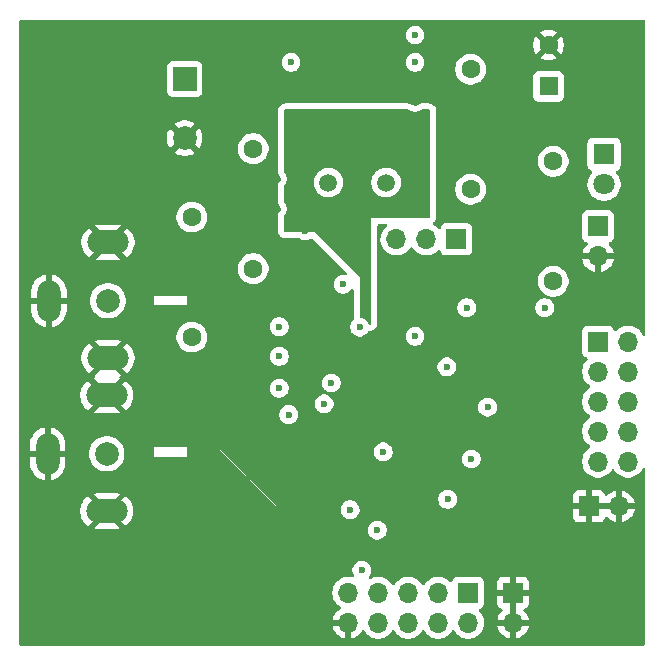
<source format=gbr>
%TF.GenerationSoftware,KiCad,Pcbnew,9.0.0*%
%TF.CreationDate,2025-03-16T19:50:11+02:00*%
%TF.ProjectId,TVP5147M1_decoder,54565035-3134-4374-9d31-5f6465636f64,rev?*%
%TF.SameCoordinates,Original*%
%TF.FileFunction,Copper,L2,Inr*%
%TF.FilePolarity,Positive*%
%FSLAX46Y46*%
G04 Gerber Fmt 4.6, Leading zero omitted, Abs format (unit mm)*
G04 Created by KiCad (PCBNEW 9.0.0) date 2025-03-16 19:50:11*
%MOMM*%
%LPD*%
G01*
G04 APERTURE LIST*
G04 Aperture macros list*
%AMRoundRect*
0 Rectangle with rounded corners*
0 $1 Rounding radius*
0 $2 $3 $4 $5 $6 $7 $8 $9 X,Y pos of 4 corners*
0 Add a 4 corners polygon primitive as box body*
4,1,4,$2,$3,$4,$5,$6,$7,$8,$9,$2,$3,0*
0 Add four circle primitives for the rounded corners*
1,1,$1+$1,$2,$3*
1,1,$1+$1,$4,$5*
1,1,$1+$1,$6,$7*
1,1,$1+$1,$8,$9*
0 Add four rect primitives between the rounded corners*
20,1,$1+$1,$2,$3,$4,$5,0*
20,1,$1+$1,$4,$5,$6,$7,0*
20,1,$1+$1,$6,$7,$8,$9,0*
20,1,$1+$1,$8,$9,$2,$3,0*%
G04 Aperture macros list end*
%TA.AperFunction,ComponentPad*%
%ADD10R,1.800000X1.800000*%
%TD*%
%TA.AperFunction,ComponentPad*%
%ADD11C,1.800000*%
%TD*%
%TA.AperFunction,ComponentPad*%
%ADD12C,1.600000*%
%TD*%
%TA.AperFunction,ComponentPad*%
%ADD13C,1.016000*%
%TD*%
%TA.AperFunction,ComponentPad*%
%ADD14C,2.000000*%
%TD*%
%TA.AperFunction,ComponentPad*%
%ADD15R,2.000000X2.000000*%
%TD*%
%TA.AperFunction,ComponentPad*%
%ADD16O,3.500000X2.000000*%
%TD*%
%TA.AperFunction,ComponentPad*%
%ADD17O,2.000000X3.500000*%
%TD*%
%TA.AperFunction,ComponentPad*%
%ADD18RoundRect,1.000000X0.000010X-0.000010X0.000010X0.000010X-0.000010X0.000010X-0.000010X-0.000010X0*%
%TD*%
%TA.AperFunction,ComponentPad*%
%ADD19O,1.700000X1.700000*%
%TD*%
%TA.AperFunction,ComponentPad*%
%ADD20R,1.700000X1.700000*%
%TD*%
%TA.AperFunction,ComponentPad*%
%ADD21R,1.600000X1.600000*%
%TD*%
%TA.AperFunction,ComponentPad*%
%ADD22C,1.500000*%
%TD*%
%TA.AperFunction,ViaPad*%
%ADD23C,0.600000*%
%TD*%
G04 APERTURE END LIST*
D10*
%TO.N,Net-(D1-Pad1)*%
%TO.C,D1*%
X143500000Y-71400000D03*
D11*
%TO.N,+3.3V*%
X143500000Y-73940000D03*
%TD*%
D12*
%TO.N,A1.8VDD*%
%TO.C,FB3*%
X113800000Y-81080000D03*
%TO.N,+1.8V*%
X113800000Y-70920000D03*
%TD*%
%TO.N,A3.3VDD*%
%TO.C,FB1*%
X108600000Y-86880000D03*
%TO.N,+3.3V*%
X108600000Y-76720000D03*
%TD*%
D13*
%TO.N,GND*%
%TO.C,U2*%
X127612199Y-93989549D03*
X127612199Y-93202149D03*
X127612199Y-92414749D03*
X127612199Y-91627349D03*
X127612199Y-90839949D03*
X127612199Y-90052549D03*
X127612199Y-89265149D03*
X126824799Y-93989549D03*
X126824799Y-93202149D03*
X126824799Y-92414749D03*
X126824799Y-91627349D03*
X126824799Y-90839949D03*
X126824799Y-90052549D03*
X126824799Y-89265149D03*
X126037399Y-93989549D03*
X126037399Y-93202149D03*
X126037399Y-92414749D03*
X126037399Y-91627349D03*
X126037399Y-90839949D03*
X126037399Y-90052549D03*
X126037399Y-89265149D03*
X125249999Y-93989549D03*
X125249999Y-93202149D03*
X125249999Y-92414749D03*
X125249999Y-91627349D03*
X125249999Y-90839949D03*
X125249999Y-90052549D03*
X125249999Y-89265149D03*
X124462599Y-93989549D03*
X124462599Y-93202149D03*
X124462599Y-92414749D03*
X124462599Y-91627349D03*
X124462599Y-90839949D03*
X124462599Y-90052549D03*
X124462599Y-89265149D03*
X123675199Y-93989549D03*
X123675199Y-93202149D03*
X123675199Y-92414749D03*
X123675199Y-91627349D03*
X123675199Y-90839949D03*
X123675199Y-90052549D03*
X123675199Y-89265149D03*
X122887799Y-93989549D03*
X122887799Y-93202149D03*
X122887799Y-92414749D03*
X122887799Y-91627349D03*
X122887799Y-90839949D03*
X122887799Y-90052549D03*
X122887799Y-89265149D03*
%TD*%
D12*
%TO.N,IO3.3VDD*%
%TO.C,FB2*%
X139200000Y-82160000D03*
%TO.N,+3.3V*%
X139200000Y-72000000D03*
%TD*%
D14*
%TO.N,GND*%
%TO.C,C10*%
X108000000Y-70032323D03*
D15*
%TO.N,+1.8V*%
X108000000Y-65032323D03*
%TD*%
D16*
%TO.N,GND*%
%TO.C,CVBS2*%
X101400000Y-91800000D03*
D17*
X96400000Y-96750000D03*
D16*
X101400000Y-101600000D03*
D18*
%TO.N,Net-(CVBS2-In)*%
X101400000Y-96750000D03*
%TD*%
D19*
%TO.N,VS{slash}VBLK*%
%TO.C,J6*%
X125920000Y-78600000D03*
%TO.N,HS{slash}CS*%
X128460000Y-78600000D03*
D20*
%TO.N,FID*%
X131000000Y-78600000D03*
%TD*%
D19*
%TO.N,GND*%
%TO.C,J5*%
X143000000Y-80040000D03*
D20*
%TO.N,+3.3V*%
X143000000Y-77500000D03*
%TD*%
D12*
%TO.N,GND*%
%TO.C,C5*%
X138800000Y-62152651D03*
D21*
%TO.N,+3.3V*%
X138800000Y-65652651D03*
%TD*%
D19*
%TO.N,Y9*%
%TO.C,J4*%
X145540000Y-97420000D03*
%TO.N,Y8*%
X143000000Y-97420000D03*
%TO.N,Y7*%
X145540000Y-94880000D03*
%TO.N,Y6*%
X143000000Y-94880000D03*
%TO.N,Y5*%
X145540000Y-92340000D03*
%TO.N,Y4*%
X143000000Y-92340000D03*
%TO.N,Y3*%
X145540000Y-89800000D03*
%TO.N,Y2*%
X143000000Y-89800000D03*
%TO.N,Y1*%
X145540000Y-87260000D03*
D20*
%TO.N,Y0*%
X143000000Y-87260000D03*
%TD*%
D19*
%TO.N,GND*%
%TO.C,J3*%
X144765000Y-101200000D03*
D20*
X142225000Y-101200000D03*
%TD*%
D19*
%TO.N,GND*%
%TO.C,J2*%
X135800000Y-111065000D03*
D20*
X135800000Y-108525000D03*
%TD*%
D22*
%TO.N,XTAL2*%
%TO.C,Y1*%
X120170000Y-73800000D03*
%TO.N,XTAL1*%
X125050000Y-73800000D03*
%TD*%
D16*
%TO.N,GND*%
%TO.C,CVBS1*%
X101500000Y-78850000D03*
D17*
X96500000Y-83800000D03*
D16*
X101500000Y-88650000D03*
D18*
%TO.N,Net-(CVBS1-In)*%
X101500000Y-83800000D03*
%TD*%
D19*
%TO.N,GND*%
%TO.C,J1*%
X121842000Y-111062000D03*
%TO.N,SCL*%
X121842000Y-108522000D03*
%TO.N,INTREQ*%
X124382000Y-111062000D03*
%TO.N,SDA*%
X124382000Y-108522000D03*
%TO.N,RESETB*%
X126922000Y-111062000D03*
%TO.N,PWDN*%
X126922000Y-108522000D03*
%TO.N,AVID*%
X129462000Y-111062000D03*
%TO.N,FSS*%
X129462000Y-108522000D03*
%TO.N,DATACLK*%
X132002000Y-111062000D03*
D20*
%TO.N,GLCO{slash}I2CA*%
X132002000Y-108522000D03*
%TD*%
D12*
%TO.N,D1.8VDD*%
%TO.C,FB4*%
X132200000Y-74360000D03*
%TO.N,+1.8V*%
X132200000Y-64200000D03*
%TD*%
D23*
%TO.N,XGND*%
X123547508Y-70200000D03*
X118200000Y-77900000D03*
X121892504Y-70200000D03*
%TO.N,D1.8VDD*%
X130200000Y-89400000D03*
X127500000Y-86800000D03*
X124800000Y-96600000D03*
X132262500Y-97200000D03*
%TO.N,A3.3VDD*%
X116000000Y-88500000D03*
X116000000Y-86000000D03*
%TO.N,A1.8VDD*%
X122807853Y-86028590D03*
X119800000Y-92537500D03*
X120400000Y-90762500D03*
X121400000Y-82400000D03*
X122000000Y-101500000D03*
X116800000Y-93437500D03*
X116000000Y-91200000D03*
%TO.N,+1.8V*%
X117000000Y-63600000D03*
X127500000Y-63600000D03*
%TO.N,IO3.3VDD*%
X133637500Y-92800000D03*
X124301000Y-103219825D03*
X130275000Y-100600000D03*
X138475000Y-84400000D03*
X131875000Y-84400000D03*
X123000000Y-106600000D03*
%TO.N,+3.3V*%
X127500000Y-61300000D03*
%TO.N,GND*%
X137000000Y-106000000D03*
X120200000Y-96200000D03*
X136400000Y-84800000D03*
X117600000Y-102200000D03*
X111000000Y-75000000D03*
X140000000Y-102000000D03*
X135000000Y-100000000D03*
X111400000Y-91800000D03*
X111400000Y-90800000D03*
X135000000Y-101000000D03*
X142500000Y-82500000D03*
X117000000Y-82800000D03*
X140525000Y-68600000D03*
X131000000Y-102500000D03*
X116400000Y-97800000D03*
X111400000Y-89500000D03*
X135000000Y-106000000D03*
X127500000Y-67000000D03*
X120000000Y-86000000D03*
X141400000Y-84400000D03*
X118200000Y-78900000D03*
X117200000Y-97800000D03*
X144500000Y-82500000D03*
X111400000Y-85000000D03*
X120200000Y-97000000D03*
X108800000Y-94900000D03*
X117600000Y-101400000D03*
X144800000Y-69000000D03*
X109000000Y-81800000D03*
X111000000Y-74000000D03*
X117000000Y-82000000D03*
X132000000Y-70500000D03*
X131000000Y-70500000D03*
X136400000Y-84000000D03*
X140000000Y-100500000D03*
X111600000Y-82400000D03*
X127500000Y-66000000D03*
X113500000Y-68000000D03*
X100595000Y-76031750D03*
X95515000Y-60791750D03*
X105675000Y-88731750D03*
X95515000Y-101431750D03*
X95515000Y-111591750D03*
X105675000Y-109051750D03*
X95515000Y-78571750D03*
X141235000Y-76031750D03*
X141235000Y-109051750D03*
X95515000Y-63331750D03*
X103135000Y-98891750D03*
X95515000Y-88731750D03*
X95515000Y-65871750D03*
X95515000Y-70951750D03*
X118375000Y-109051750D03*
X141235000Y-106511750D03*
X100595000Y-86191750D03*
X98055000Y-60791750D03*
X95515000Y-68411750D03*
X95515000Y-73491750D03*
X103135000Y-76031750D03*
X110755000Y-70951750D03*
X98055000Y-91271750D03*
X95515000Y-76031750D03*
X95515000Y-81111750D03*
X113295000Y-63331750D03*
X98055000Y-93811750D03*
X95515000Y-91271750D03*
X103135000Y-70951750D03*
X95515000Y-93811750D03*
X95515000Y-103971750D03*
X100595000Y-73491750D03*
X143775000Y-111591750D03*
X95515000Y-106511750D03*
X103135000Y-68411750D03*
X95515000Y-109051750D03*
X98055000Y-63331750D03*
X98055000Y-65871750D03*
X103135000Y-63331750D03*
X98055000Y-68411750D03*
X146315000Y-73491750D03*
X103135000Y-103971750D03*
X98055000Y-109051750D03*
X98055000Y-70951750D03*
X98055000Y-73491750D03*
X146315000Y-111591750D03*
X98055000Y-76031750D03*
X98055000Y-78571750D03*
X100595000Y-63331750D03*
X98055000Y-81111750D03*
X98055000Y-86191750D03*
X103135000Y-65871750D03*
X98055000Y-88731750D03*
X98055000Y-98891750D03*
X98055000Y-101431750D03*
X98055000Y-103971750D03*
X146315000Y-65871750D03*
X98055000Y-106511750D03*
X103135000Y-81111750D03*
X98055000Y-111591750D03*
X100595000Y-60791750D03*
X143775000Y-65871750D03*
X100595000Y-65871750D03*
X100595000Y-68411750D03*
X133615000Y-68411750D03*
X100595000Y-70951750D03*
X100595000Y-81111750D03*
X103135000Y-73491750D03*
X100595000Y-93811750D03*
X100595000Y-98891750D03*
X100595000Y-103971750D03*
X100595000Y-106511750D03*
X103135000Y-93811750D03*
X100595000Y-109051750D03*
X100595000Y-111591750D03*
X103135000Y-60791750D03*
X103135000Y-86191750D03*
X103135000Y-106511750D03*
X103135000Y-109051750D03*
X113295000Y-93811750D03*
X103135000Y-111591750D03*
X105675000Y-60791750D03*
X113295000Y-60791750D03*
X105675000Y-63331750D03*
X105675000Y-65871750D03*
X105675000Y-68411750D03*
X118375000Y-106511750D03*
X105675000Y-70951750D03*
X105675000Y-73491750D03*
X113295000Y-106511750D03*
X105675000Y-76031750D03*
X105675000Y-78571750D03*
X105675000Y-86191750D03*
X105675000Y-91271750D03*
X105675000Y-98891750D03*
X105675000Y-101431750D03*
X105675000Y-103971750D03*
X105675000Y-106511750D03*
X105675000Y-111591750D03*
X108215000Y-60791750D03*
X108215000Y-78571750D03*
X108215000Y-91271750D03*
X108215000Y-98891750D03*
X108215000Y-101431750D03*
X115835000Y-65871750D03*
X108215000Y-103971750D03*
X108215000Y-106511750D03*
X108215000Y-109051750D03*
X108215000Y-111591750D03*
X110755000Y-60791750D03*
X110755000Y-63331750D03*
X110755000Y-65871750D03*
X110755000Y-68411750D03*
X110755000Y-78571750D03*
X110755000Y-96351750D03*
X110755000Y-98891750D03*
X110755000Y-101431750D03*
X110755000Y-103971750D03*
X110755000Y-106511750D03*
X110755000Y-109051750D03*
X110755000Y-111591750D03*
X113295000Y-65871750D03*
X113295000Y-73491750D03*
X138695000Y-106511750D03*
X113295000Y-76031750D03*
X113295000Y-78571750D03*
X113295000Y-96351750D03*
X113295000Y-98891750D03*
X113295000Y-101431750D03*
X113295000Y-103971750D03*
X113295000Y-109051750D03*
X113295000Y-111591750D03*
X115835000Y-60791750D03*
X115835000Y-73491750D03*
X115835000Y-76031750D03*
X115835000Y-78571750D03*
X115835000Y-101431750D03*
X115835000Y-103971750D03*
X141235000Y-81111750D03*
X115835000Y-106511750D03*
X115835000Y-109051750D03*
X115835000Y-111591750D03*
X118375000Y-60791750D03*
X141235000Y-63331750D03*
X118375000Y-103971750D03*
X118375000Y-111591750D03*
X120915000Y-60791750D03*
X123455000Y-60791750D03*
X123455000Y-63331750D03*
X123455000Y-65871750D03*
X131075000Y-60791750D03*
X131075000Y-65871750D03*
X131075000Y-68411750D03*
X131000000Y-83000000D03*
X133615000Y-60791750D03*
X133615000Y-65871750D03*
X136155000Y-60791750D03*
X136155000Y-63331750D03*
X136155000Y-65871750D03*
X136155000Y-68411750D03*
X136155000Y-70951750D03*
X136155000Y-73491750D03*
X136155000Y-76031750D03*
X136155000Y-78571750D03*
X136155000Y-81111750D03*
X136155000Y-103971750D03*
X138695000Y-76031750D03*
X138695000Y-78571750D03*
X138695000Y-103971750D03*
X138695000Y-109051750D03*
X138695000Y-111591750D03*
X141235000Y-60791750D03*
X141235000Y-65871750D03*
X141235000Y-73491750D03*
X141235000Y-78571750D03*
X141235000Y-103971750D03*
X141235000Y-111591750D03*
X143775000Y-60791750D03*
X143775000Y-63331750D03*
X143775000Y-103971750D03*
X143775000Y-106511750D03*
X143775000Y-109051750D03*
X146315000Y-60791750D03*
X146315000Y-63331750D03*
X146315000Y-68411750D03*
X146315000Y-70951750D03*
X146315000Y-76031750D03*
X146315000Y-78571750D03*
X146315000Y-81111750D03*
X146315000Y-83651750D03*
X146315000Y-103971750D03*
X146315000Y-106511750D03*
X146315000Y-109051750D03*
X138695000Y-68411750D03*
%TD*%
%TA.AperFunction,Conductor*%
%TO.N,XGND*%
G36*
X126986525Y-67619685D02*
G01*
X126988377Y-67620898D01*
X127120814Y-67709390D01*
X127120827Y-67709397D01*
X127266498Y-67769735D01*
X127266503Y-67769737D01*
X127421153Y-67800499D01*
X127421156Y-67800500D01*
X127421158Y-67800500D01*
X127578844Y-67800500D01*
X127578845Y-67800499D01*
X127733497Y-67769737D01*
X127879179Y-67709394D01*
X127934411Y-67672489D01*
X128011623Y-67620898D01*
X128078300Y-67600020D01*
X128080514Y-67600000D01*
X128676000Y-67600000D01*
X128743039Y-67619685D01*
X128788794Y-67672489D01*
X128800000Y-67724000D01*
X128800000Y-76676000D01*
X128780315Y-76743039D01*
X128727511Y-76788794D01*
X128676000Y-76800000D01*
X123800000Y-76800000D01*
X123800000Y-85708647D01*
X123780315Y-85775686D01*
X123727511Y-85821441D01*
X123658353Y-85831385D01*
X123594797Y-85802360D01*
X123561439Y-85756100D01*
X123517248Y-85649413D01*
X123517243Y-85649404D01*
X123429642Y-85518301D01*
X123429639Y-85518297D01*
X123318145Y-85406803D01*
X123318141Y-85406800D01*
X123187038Y-85319199D01*
X123187025Y-85319192D01*
X123041354Y-85258854D01*
X123041344Y-85258851D01*
X122899808Y-85230697D01*
X122837897Y-85198312D01*
X122803323Y-85137596D01*
X122800000Y-85109080D01*
X122800000Y-81800000D01*
X119000000Y-78000000D01*
X116524000Y-78000000D01*
X116456961Y-77980315D01*
X116411206Y-77927511D01*
X116400000Y-77876000D01*
X116400000Y-76650190D01*
X116419685Y-76583151D01*
X116436321Y-76562507D01*
X116456787Y-76542041D01*
X116456789Y-76542039D01*
X116544394Y-76410929D01*
X116604737Y-76265247D01*
X116635500Y-76110592D01*
X116635500Y-75952908D01*
X116635500Y-75952905D01*
X116635499Y-75952903D01*
X116604738Y-75798260D01*
X116604737Y-75798253D01*
X116604735Y-75798248D01*
X116544397Y-75652577D01*
X116544390Y-75652564D01*
X116456789Y-75521461D01*
X116456786Y-75521457D01*
X116436319Y-75500990D01*
X116402834Y-75439667D01*
X116400000Y-75413309D01*
X116400000Y-74110190D01*
X116419685Y-74043151D01*
X116436321Y-74022507D01*
X116456787Y-74002041D01*
X116456789Y-74002039D01*
X116544394Y-73870929D01*
X116604737Y-73725247D01*
X116609445Y-73701577D01*
X118919500Y-73701577D01*
X118919500Y-73898422D01*
X118950290Y-74092826D01*
X119011117Y-74280029D01*
X119100476Y-74455405D01*
X119216172Y-74614646D01*
X119355354Y-74753828D01*
X119514595Y-74869524D01*
X119597455Y-74911743D01*
X119689970Y-74958882D01*
X119689972Y-74958882D01*
X119689975Y-74958884D01*
X119790317Y-74991487D01*
X119877173Y-75019709D01*
X120071578Y-75050500D01*
X120071583Y-75050500D01*
X120268422Y-75050500D01*
X120462826Y-75019709D01*
X120650025Y-74958884D01*
X120825405Y-74869524D01*
X120984646Y-74753828D01*
X121123828Y-74614646D01*
X121239524Y-74455405D01*
X121328884Y-74280025D01*
X121389709Y-74092826D01*
X121397577Y-74043151D01*
X121420500Y-73898422D01*
X121420500Y-73701577D01*
X123799500Y-73701577D01*
X123799500Y-73898422D01*
X123830290Y-74092826D01*
X123891117Y-74280029D01*
X123980476Y-74455405D01*
X124096172Y-74614646D01*
X124235354Y-74753828D01*
X124394595Y-74869524D01*
X124477455Y-74911743D01*
X124569970Y-74958882D01*
X124569972Y-74958882D01*
X124569975Y-74958884D01*
X124670317Y-74991487D01*
X124757173Y-75019709D01*
X124951578Y-75050500D01*
X124951583Y-75050500D01*
X125148422Y-75050500D01*
X125342826Y-75019709D01*
X125530025Y-74958884D01*
X125705405Y-74869524D01*
X125864646Y-74753828D01*
X126003828Y-74614646D01*
X126119524Y-74455405D01*
X126208884Y-74280025D01*
X126269709Y-74092826D01*
X126277577Y-74043151D01*
X126300500Y-73898422D01*
X126300500Y-73701577D01*
X126269709Y-73507173D01*
X126208882Y-73319970D01*
X126119523Y-73144594D01*
X126096257Y-73112571D01*
X126003828Y-72985354D01*
X125864646Y-72846172D01*
X125705405Y-72730476D01*
X125530029Y-72641117D01*
X125342826Y-72580290D01*
X125148422Y-72549500D01*
X125148417Y-72549500D01*
X124951583Y-72549500D01*
X124951578Y-72549500D01*
X124757173Y-72580290D01*
X124569970Y-72641117D01*
X124394594Y-72730476D01*
X124303741Y-72796485D01*
X124235354Y-72846172D01*
X124235352Y-72846174D01*
X124235351Y-72846174D01*
X124096174Y-72985351D01*
X124096174Y-72985352D01*
X124096172Y-72985354D01*
X124046485Y-73053741D01*
X123980476Y-73144594D01*
X123891117Y-73319970D01*
X123830290Y-73507173D01*
X123799500Y-73701577D01*
X121420500Y-73701577D01*
X121389709Y-73507173D01*
X121328882Y-73319970D01*
X121239523Y-73144594D01*
X121216257Y-73112571D01*
X121123828Y-72985354D01*
X120984646Y-72846172D01*
X120825405Y-72730476D01*
X120650029Y-72641117D01*
X120462826Y-72580290D01*
X120268422Y-72549500D01*
X120268417Y-72549500D01*
X120071583Y-72549500D01*
X120071578Y-72549500D01*
X119877173Y-72580290D01*
X119689970Y-72641117D01*
X119514594Y-72730476D01*
X119423741Y-72796485D01*
X119355354Y-72846172D01*
X119355352Y-72846174D01*
X119355351Y-72846174D01*
X119216174Y-72985351D01*
X119216174Y-72985352D01*
X119216172Y-72985354D01*
X119166485Y-73053741D01*
X119100476Y-73144594D01*
X119011117Y-73319970D01*
X118950290Y-73507173D01*
X118919500Y-73701577D01*
X116609445Y-73701577D01*
X116615226Y-73672519D01*
X116615226Y-73672518D01*
X116635499Y-73570596D01*
X116635500Y-73570594D01*
X116635500Y-73412905D01*
X116635499Y-73412903D01*
X116604738Y-73258260D01*
X116604737Y-73258253D01*
X116557659Y-73144595D01*
X116544397Y-73112577D01*
X116544390Y-73112564D01*
X116456789Y-72981461D01*
X116456786Y-72981457D01*
X116436319Y-72960990D01*
X116402834Y-72899667D01*
X116400000Y-72873309D01*
X116400000Y-67724000D01*
X116419685Y-67656961D01*
X116472489Y-67611206D01*
X116524000Y-67600000D01*
X126919486Y-67600000D01*
X126986525Y-67619685D01*
G37*
%TD.AperFunction*%
%TD*%
%TA.AperFunction,Conductor*%
%TO.N,GND*%
G36*
X136050000Y-110631988D02*
G01*
X135992993Y-110599075D01*
X135865826Y-110565000D01*
X135734174Y-110565000D01*
X135607007Y-110599075D01*
X135550000Y-110631988D01*
X135550000Y-108958012D01*
X135607007Y-108990925D01*
X135734174Y-109025000D01*
X135865826Y-109025000D01*
X135992993Y-108990925D01*
X136050000Y-108958012D01*
X136050000Y-110631988D01*
G37*
%TD.AperFunction*%
%TA.AperFunction,Conductor*%
G36*
X144299075Y-101007007D02*
G01*
X144265000Y-101134174D01*
X144265000Y-101265826D01*
X144299075Y-101392993D01*
X144331988Y-101450000D01*
X142658012Y-101450000D01*
X142690925Y-101392993D01*
X142725000Y-101265826D01*
X142725000Y-101134174D01*
X142690925Y-101007007D01*
X142658012Y-100950000D01*
X144331988Y-100950000D01*
X144299075Y-101007007D01*
G37*
%TD.AperFunction*%
%TA.AperFunction,Conductor*%
G36*
X146942539Y-60020185D02*
G01*
X146988294Y-60072989D01*
X146999500Y-60124500D01*
X146999500Y-86633201D01*
X146979815Y-86700240D01*
X146927011Y-86745995D01*
X146857853Y-86755939D01*
X146794297Y-86726914D01*
X146765015Y-86689496D01*
X146736331Y-86633201D01*
X146695051Y-86552184D01*
X146664612Y-86510288D01*
X146570109Y-86380213D01*
X146419786Y-86229890D01*
X146247820Y-86104951D01*
X146058414Y-86008444D01*
X146058413Y-86008443D01*
X146058412Y-86008443D01*
X145856243Y-85942754D01*
X145856241Y-85942753D01*
X145856240Y-85942753D01*
X145694957Y-85917208D01*
X145646287Y-85909500D01*
X145433713Y-85909500D01*
X145385042Y-85917208D01*
X145223760Y-85942753D01*
X145021585Y-86008444D01*
X144832179Y-86104951D01*
X144660215Y-86229889D01*
X144546673Y-86343431D01*
X144485350Y-86376915D01*
X144415658Y-86371931D01*
X144359725Y-86330059D01*
X144342810Y-86299082D01*
X144293797Y-86167671D01*
X144293793Y-86167664D01*
X144207547Y-86052455D01*
X144207544Y-86052452D01*
X144092335Y-85966206D01*
X144092328Y-85966202D01*
X143957482Y-85915908D01*
X143957483Y-85915908D01*
X143897883Y-85909501D01*
X143897881Y-85909500D01*
X143897873Y-85909500D01*
X143897864Y-85909500D01*
X142102129Y-85909500D01*
X142102123Y-85909501D01*
X142042516Y-85915908D01*
X141907671Y-85966202D01*
X141907664Y-85966206D01*
X141792455Y-86052452D01*
X141792452Y-86052455D01*
X141706206Y-86167664D01*
X141706202Y-86167671D01*
X141655908Y-86302517D01*
X141649501Y-86362116D01*
X141649500Y-86362135D01*
X141649500Y-88157870D01*
X141649501Y-88157876D01*
X141655908Y-88217483D01*
X141706202Y-88352328D01*
X141706206Y-88352335D01*
X141792452Y-88467544D01*
X141792455Y-88467547D01*
X141907664Y-88553793D01*
X141907671Y-88553797D01*
X142039082Y-88602810D01*
X142095016Y-88644681D01*
X142119433Y-88710145D01*
X142104582Y-88778418D01*
X142083431Y-88806673D01*
X141969889Y-88920215D01*
X141844951Y-89092179D01*
X141748444Y-89281585D01*
X141748443Y-89281587D01*
X141748443Y-89281588D01*
X141735587Y-89321155D01*
X141682753Y-89483760D01*
X141659037Y-89633497D01*
X141649500Y-89693713D01*
X141649500Y-89906287D01*
X141654269Y-89936394D01*
X141681669Y-90109397D01*
X141682754Y-90116243D01*
X141744588Y-90306549D01*
X141748444Y-90318414D01*
X141844951Y-90507820D01*
X141969886Y-90679780D01*
X141969894Y-90679790D01*
X142120213Y-90830109D01*
X142292182Y-90955050D01*
X142300946Y-90959516D01*
X142351742Y-91007491D01*
X142368536Y-91075312D01*
X142345998Y-91141447D01*
X142300946Y-91180484D01*
X142292182Y-91184949D01*
X142120213Y-91309890D01*
X141969890Y-91460213D01*
X141844951Y-91632179D01*
X141748444Y-91821585D01*
X141682753Y-92023760D01*
X141667396Y-92120720D01*
X141649500Y-92233713D01*
X141649500Y-92446287D01*
X141652507Y-92465273D01*
X141676434Y-92616344D01*
X141682754Y-92656243D01*
X141745253Y-92848595D01*
X141748444Y-92858414D01*
X141844951Y-93047820D01*
X141969890Y-93219786D01*
X142120213Y-93370109D01*
X142292182Y-93495050D01*
X142300946Y-93499516D01*
X142351742Y-93547491D01*
X142368536Y-93615312D01*
X142345998Y-93681447D01*
X142300946Y-93720484D01*
X142292182Y-93724949D01*
X142120213Y-93849890D01*
X141969890Y-94000213D01*
X141844951Y-94172179D01*
X141748444Y-94361585D01*
X141682753Y-94563760D01*
X141675446Y-94609897D01*
X141649500Y-94773713D01*
X141649500Y-94986287D01*
X141682754Y-95196243D01*
X141748095Y-95397342D01*
X141748444Y-95398414D01*
X141844951Y-95587820D01*
X141969890Y-95759786D01*
X142120213Y-95910109D01*
X142292182Y-96035050D01*
X142300946Y-96039516D01*
X142351742Y-96087491D01*
X142368536Y-96155312D01*
X142345998Y-96221447D01*
X142300946Y-96260484D01*
X142292182Y-96264949D01*
X142120213Y-96389890D01*
X141969890Y-96540213D01*
X141844951Y-96712179D01*
X141748444Y-96901585D01*
X141682753Y-97103760D01*
X141649500Y-97313713D01*
X141649500Y-97526286D01*
X141678643Y-97710292D01*
X141682754Y-97736243D01*
X141739015Y-97909397D01*
X141748444Y-97938414D01*
X141844951Y-98127820D01*
X141969890Y-98299786D01*
X142120213Y-98450109D01*
X142292179Y-98575048D01*
X142292181Y-98575049D01*
X142292184Y-98575051D01*
X142481588Y-98671557D01*
X142683757Y-98737246D01*
X142893713Y-98770500D01*
X142893714Y-98770500D01*
X143106286Y-98770500D01*
X143106287Y-98770500D01*
X143316243Y-98737246D01*
X143518412Y-98671557D01*
X143707816Y-98575051D01*
X143842517Y-98477186D01*
X143879786Y-98450109D01*
X143879788Y-98450106D01*
X143879792Y-98450104D01*
X144030104Y-98299792D01*
X144030106Y-98299788D01*
X144030109Y-98299786D01*
X144155048Y-98127820D01*
X144155047Y-98127820D01*
X144155051Y-98127816D01*
X144159514Y-98119054D01*
X144207488Y-98068259D01*
X144275308Y-98051463D01*
X144341444Y-98073999D01*
X144380486Y-98119056D01*
X144384951Y-98127820D01*
X144509890Y-98299786D01*
X144660213Y-98450109D01*
X144832179Y-98575048D01*
X144832181Y-98575049D01*
X144832184Y-98575051D01*
X145021588Y-98671557D01*
X145223757Y-98737246D01*
X145433713Y-98770500D01*
X145433714Y-98770500D01*
X145646286Y-98770500D01*
X145646287Y-98770500D01*
X145856243Y-98737246D01*
X146058412Y-98671557D01*
X146247816Y-98575051D01*
X146382517Y-98477186D01*
X146419786Y-98450109D01*
X146419788Y-98450106D01*
X146419792Y-98450104D01*
X146570104Y-98299792D01*
X146570106Y-98299788D01*
X146570109Y-98299786D01*
X146695048Y-98127820D01*
X146695047Y-98127820D01*
X146695051Y-98127816D01*
X146765015Y-97990502D01*
X146812989Y-97939707D01*
X146880810Y-97922912D01*
X146946945Y-97945449D01*
X146990397Y-98000164D01*
X146999500Y-98046798D01*
X146999500Y-112875500D01*
X146979815Y-112942539D01*
X146927011Y-112988294D01*
X146875500Y-112999500D01*
X94124500Y-112999500D01*
X94057461Y-112979815D01*
X94011706Y-112927011D01*
X94000500Y-112875500D01*
X94000500Y-108415713D01*
X120491500Y-108415713D01*
X120491500Y-108628287D01*
X120524754Y-108838243D01*
X120585435Y-109025000D01*
X120590444Y-109040414D01*
X120686951Y-109229820D01*
X120811890Y-109401786D01*
X120962213Y-109552109D01*
X121134179Y-109677048D01*
X121134181Y-109677049D01*
X121134184Y-109677051D01*
X121143493Y-109681794D01*
X121194290Y-109729766D01*
X121211087Y-109797587D01*
X121188552Y-109863722D01*
X121143502Y-109902762D01*
X121134443Y-109907378D01*
X120962540Y-110032272D01*
X120962535Y-110032276D01*
X120812276Y-110182535D01*
X120812272Y-110182540D01*
X120687379Y-110354442D01*
X120590904Y-110543782D01*
X120525242Y-110745870D01*
X120525242Y-110745873D01*
X120514769Y-110812000D01*
X121408988Y-110812000D01*
X121376075Y-110869007D01*
X121342000Y-110996174D01*
X121342000Y-111127826D01*
X121376075Y-111254993D01*
X121408988Y-111312000D01*
X120514769Y-111312000D01*
X120525242Y-111378126D01*
X120525242Y-111378129D01*
X120590904Y-111580217D01*
X120687379Y-111769557D01*
X120812272Y-111941459D01*
X120812276Y-111941464D01*
X120962535Y-112091723D01*
X120962540Y-112091727D01*
X121134442Y-112216620D01*
X121323782Y-112313095D01*
X121525871Y-112378757D01*
X121592000Y-112389231D01*
X121592000Y-111495012D01*
X121649007Y-111527925D01*
X121776174Y-111562000D01*
X121907826Y-111562000D01*
X122034993Y-111527925D01*
X122092000Y-111495012D01*
X122092000Y-112389230D01*
X122158126Y-112378757D01*
X122158129Y-112378757D01*
X122360217Y-112313095D01*
X122549557Y-112216620D01*
X122721459Y-112091727D01*
X122721464Y-112091723D01*
X122871723Y-111941464D01*
X122871727Y-111941459D01*
X122996620Y-111769558D01*
X123001232Y-111760507D01*
X123049205Y-111709709D01*
X123117025Y-111692912D01*
X123183161Y-111715447D01*
X123222204Y-111760504D01*
X123226949Y-111769817D01*
X123351890Y-111941786D01*
X123502213Y-112092109D01*
X123674179Y-112217048D01*
X123674181Y-112217049D01*
X123674184Y-112217051D01*
X123863588Y-112313557D01*
X124065757Y-112379246D01*
X124275713Y-112412500D01*
X124275714Y-112412500D01*
X124488286Y-112412500D01*
X124488287Y-112412500D01*
X124698243Y-112379246D01*
X124900412Y-112313557D01*
X125089816Y-112217051D01*
X125111789Y-112201086D01*
X125261786Y-112092109D01*
X125261788Y-112092106D01*
X125261792Y-112092104D01*
X125412104Y-111941792D01*
X125412106Y-111941788D01*
X125412109Y-111941786D01*
X125521086Y-111791789D01*
X125537051Y-111769816D01*
X125541514Y-111761054D01*
X125589488Y-111710259D01*
X125657308Y-111693463D01*
X125723444Y-111715999D01*
X125762486Y-111761056D01*
X125766951Y-111769820D01*
X125891890Y-111941786D01*
X126042213Y-112092109D01*
X126214179Y-112217048D01*
X126214181Y-112217049D01*
X126214184Y-112217051D01*
X126403588Y-112313557D01*
X126605757Y-112379246D01*
X126815713Y-112412500D01*
X126815714Y-112412500D01*
X127028286Y-112412500D01*
X127028287Y-112412500D01*
X127238243Y-112379246D01*
X127440412Y-112313557D01*
X127629816Y-112217051D01*
X127651789Y-112201086D01*
X127801786Y-112092109D01*
X127801788Y-112092106D01*
X127801792Y-112092104D01*
X127952104Y-111941792D01*
X127952106Y-111941788D01*
X127952109Y-111941786D01*
X128061086Y-111791789D01*
X128077051Y-111769816D01*
X128081514Y-111761054D01*
X128129488Y-111710259D01*
X128197308Y-111693463D01*
X128263444Y-111715999D01*
X128302486Y-111761056D01*
X128306951Y-111769820D01*
X128431890Y-111941786D01*
X128582213Y-112092109D01*
X128754179Y-112217048D01*
X128754181Y-112217049D01*
X128754184Y-112217051D01*
X128943588Y-112313557D01*
X129145757Y-112379246D01*
X129355713Y-112412500D01*
X129355714Y-112412500D01*
X129568286Y-112412500D01*
X129568287Y-112412500D01*
X129778243Y-112379246D01*
X129980412Y-112313557D01*
X130169816Y-112217051D01*
X130191789Y-112201086D01*
X130341786Y-112092109D01*
X130341788Y-112092106D01*
X130341792Y-112092104D01*
X130492104Y-111941792D01*
X130492106Y-111941788D01*
X130492109Y-111941786D01*
X130601086Y-111791789D01*
X130617051Y-111769816D01*
X130621514Y-111761054D01*
X130669488Y-111710259D01*
X130737308Y-111693463D01*
X130803444Y-111715999D01*
X130842486Y-111761056D01*
X130846951Y-111769820D01*
X130971890Y-111941786D01*
X131122213Y-112092109D01*
X131294179Y-112217048D01*
X131294181Y-112217049D01*
X131294184Y-112217051D01*
X131483588Y-112313557D01*
X131685757Y-112379246D01*
X131895713Y-112412500D01*
X131895714Y-112412500D01*
X132108286Y-112412500D01*
X132108287Y-112412500D01*
X132318243Y-112379246D01*
X132520412Y-112313557D01*
X132709816Y-112217051D01*
X132731789Y-112201086D01*
X132881786Y-112092109D01*
X132881788Y-112092106D01*
X132881792Y-112092104D01*
X133032104Y-111941792D01*
X133032106Y-111941788D01*
X133032109Y-111941786D01*
X133141086Y-111791789D01*
X133157051Y-111769816D01*
X133253557Y-111580412D01*
X133319246Y-111378243D01*
X133352500Y-111168287D01*
X133352500Y-110955713D01*
X133319246Y-110745757D01*
X133253557Y-110543588D01*
X133157051Y-110354184D01*
X133157049Y-110354181D01*
X133157048Y-110354179D01*
X133032109Y-110182213D01*
X132918569Y-110068673D01*
X132885084Y-110007350D01*
X132890068Y-109937658D01*
X132931940Y-109881725D01*
X132962915Y-109864810D01*
X133094331Y-109815796D01*
X133209546Y-109729546D01*
X133295796Y-109614331D01*
X133346091Y-109479483D01*
X133352500Y-109419873D01*
X133352499Y-108459174D01*
X133352499Y-107627155D01*
X134450000Y-107627155D01*
X134450000Y-108275000D01*
X135366988Y-108275000D01*
X135334075Y-108332007D01*
X135300000Y-108459174D01*
X135300000Y-108590826D01*
X135334075Y-108717993D01*
X135366988Y-108775000D01*
X134450000Y-108775000D01*
X134450000Y-109422844D01*
X134456401Y-109482372D01*
X134456403Y-109482379D01*
X134506645Y-109617086D01*
X134506649Y-109617093D01*
X134592809Y-109732187D01*
X134592812Y-109732190D01*
X134707906Y-109818350D01*
X134707913Y-109818354D01*
X134839986Y-109867614D01*
X134895920Y-109909485D01*
X134920337Y-109974949D01*
X134905486Y-110043222D01*
X134884335Y-110071477D01*
X134770271Y-110185541D01*
X134645379Y-110357442D01*
X134548904Y-110546782D01*
X134483242Y-110748870D01*
X134483242Y-110748873D01*
X134472769Y-110815000D01*
X135366988Y-110815000D01*
X135334075Y-110872007D01*
X135300000Y-110999174D01*
X135300000Y-111130826D01*
X135334075Y-111257993D01*
X135366988Y-111315000D01*
X134472769Y-111315000D01*
X134483242Y-111381126D01*
X134483242Y-111381129D01*
X134548904Y-111583217D01*
X134645379Y-111772557D01*
X134770272Y-111944459D01*
X134770276Y-111944464D01*
X134920535Y-112094723D01*
X134920540Y-112094727D01*
X135092442Y-112219620D01*
X135281782Y-112316095D01*
X135483871Y-112381757D01*
X135550000Y-112392231D01*
X135550000Y-111498012D01*
X135607007Y-111530925D01*
X135734174Y-111565000D01*
X135865826Y-111565000D01*
X135992993Y-111530925D01*
X136050000Y-111498012D01*
X136050000Y-112392230D01*
X136116126Y-112381757D01*
X136116129Y-112381757D01*
X136318217Y-112316095D01*
X136507557Y-112219620D01*
X136679459Y-112094727D01*
X136679464Y-112094723D01*
X136829723Y-111944464D01*
X136829727Y-111944459D01*
X136954620Y-111772557D01*
X137051095Y-111583217D01*
X137116757Y-111381129D01*
X137116757Y-111381126D01*
X137127231Y-111315000D01*
X136233012Y-111315000D01*
X136265925Y-111257993D01*
X136300000Y-111130826D01*
X136300000Y-110999174D01*
X136265925Y-110872007D01*
X136233012Y-110815000D01*
X137127231Y-110815000D01*
X137116757Y-110748873D01*
X137116757Y-110748870D01*
X137051095Y-110546782D01*
X136954620Y-110357442D01*
X136829727Y-110185540D01*
X136829723Y-110185535D01*
X136715665Y-110071477D01*
X136682180Y-110010154D01*
X136687164Y-109940462D01*
X136729036Y-109884529D01*
X136760013Y-109867614D01*
X136892086Y-109818354D01*
X136892093Y-109818350D01*
X137007187Y-109732190D01*
X137007190Y-109732187D01*
X137093350Y-109617093D01*
X137093354Y-109617086D01*
X137143596Y-109482379D01*
X137143598Y-109482372D01*
X137149999Y-109422844D01*
X137150000Y-109422827D01*
X137150000Y-108775000D01*
X136233012Y-108775000D01*
X136265925Y-108717993D01*
X136300000Y-108590826D01*
X136300000Y-108459174D01*
X136265925Y-108332007D01*
X136233012Y-108275000D01*
X137150000Y-108275000D01*
X137150000Y-107627172D01*
X137149999Y-107627155D01*
X137143598Y-107567627D01*
X137143596Y-107567620D01*
X137093354Y-107432913D01*
X137093350Y-107432906D01*
X137007190Y-107317812D01*
X137007187Y-107317809D01*
X136892093Y-107231649D01*
X136892086Y-107231645D01*
X136757379Y-107181403D01*
X136757372Y-107181401D01*
X136697844Y-107175000D01*
X136050000Y-107175000D01*
X136050000Y-108091988D01*
X135992993Y-108059075D01*
X135865826Y-108025000D01*
X135734174Y-108025000D01*
X135607007Y-108059075D01*
X135550000Y-108091988D01*
X135550000Y-107175000D01*
X134902155Y-107175000D01*
X134842627Y-107181401D01*
X134842620Y-107181403D01*
X134707913Y-107231645D01*
X134707906Y-107231649D01*
X134592812Y-107317809D01*
X134592809Y-107317812D01*
X134506649Y-107432906D01*
X134506645Y-107432913D01*
X134456403Y-107567620D01*
X134456401Y-107567627D01*
X134450000Y-107627155D01*
X133352499Y-107627155D01*
X133352499Y-107624129D01*
X133352498Y-107624123D01*
X133351214Y-107612181D01*
X133346091Y-107564517D01*
X133344810Y-107561083D01*
X133295797Y-107429671D01*
X133295793Y-107429664D01*
X133209547Y-107314455D01*
X133209544Y-107314452D01*
X133094335Y-107228206D01*
X133094328Y-107228202D01*
X132959482Y-107177908D01*
X132959483Y-107177908D01*
X132899883Y-107171501D01*
X132899881Y-107171500D01*
X132899873Y-107171500D01*
X132899864Y-107171500D01*
X131104129Y-107171500D01*
X131104123Y-107171501D01*
X131044516Y-107177908D01*
X130909671Y-107228202D01*
X130909664Y-107228206D01*
X130794455Y-107314452D01*
X130794452Y-107314455D01*
X130708206Y-107429664D01*
X130708203Y-107429669D01*
X130659189Y-107561083D01*
X130617317Y-107617016D01*
X130551853Y-107641433D01*
X130483580Y-107626581D01*
X130455326Y-107605430D01*
X130341786Y-107491890D01*
X130169820Y-107366951D01*
X129980414Y-107270444D01*
X129980413Y-107270443D01*
X129980412Y-107270443D01*
X129778243Y-107204754D01*
X129778241Y-107204753D01*
X129778240Y-107204753D01*
X129616957Y-107179208D01*
X129568287Y-107171500D01*
X129355713Y-107171500D01*
X129307042Y-107179208D01*
X129145760Y-107204753D01*
X128943585Y-107270444D01*
X128754179Y-107366951D01*
X128582213Y-107491890D01*
X128431890Y-107642213D01*
X128306949Y-107814182D01*
X128302484Y-107822946D01*
X128254509Y-107873742D01*
X128186688Y-107890536D01*
X128120553Y-107867998D01*
X128081516Y-107822946D01*
X128077050Y-107814182D01*
X127952109Y-107642213D01*
X127801786Y-107491890D01*
X127629820Y-107366951D01*
X127440414Y-107270444D01*
X127440413Y-107270443D01*
X127440412Y-107270443D01*
X127238243Y-107204754D01*
X127238241Y-107204753D01*
X127238240Y-107204753D01*
X127076957Y-107179208D01*
X127028287Y-107171500D01*
X126815713Y-107171500D01*
X126767042Y-107179208D01*
X126605760Y-107204753D01*
X126403585Y-107270444D01*
X126214179Y-107366951D01*
X126042213Y-107491890D01*
X125891890Y-107642213D01*
X125766949Y-107814182D01*
X125762484Y-107822946D01*
X125714509Y-107873742D01*
X125646688Y-107890536D01*
X125580553Y-107867998D01*
X125541516Y-107822946D01*
X125537050Y-107814182D01*
X125412109Y-107642213D01*
X125261786Y-107491890D01*
X125089820Y-107366951D01*
X124900414Y-107270444D01*
X124900413Y-107270443D01*
X124900412Y-107270443D01*
X124698243Y-107204754D01*
X124698241Y-107204753D01*
X124698240Y-107204753D01*
X124536957Y-107179208D01*
X124488287Y-107171500D01*
X124275713Y-107171500D01*
X124227042Y-107179208D01*
X124065760Y-107204753D01*
X123863585Y-107270444D01*
X123741644Y-107332576D01*
X123672974Y-107345472D01*
X123608234Y-107319195D01*
X123567977Y-107262089D01*
X123564985Y-107192283D01*
X123597667Y-107134410D01*
X123621789Y-107110289D01*
X123709394Y-106979179D01*
X123769737Y-106833497D01*
X123800500Y-106678842D01*
X123800500Y-106521158D01*
X123800500Y-106521155D01*
X123800499Y-106521153D01*
X123769738Y-106366510D01*
X123769737Y-106366503D01*
X123769735Y-106366498D01*
X123709397Y-106220827D01*
X123709390Y-106220814D01*
X123621789Y-106089711D01*
X123621786Y-106089707D01*
X123510292Y-105978213D01*
X123510288Y-105978210D01*
X123379185Y-105890609D01*
X123379172Y-105890602D01*
X123233501Y-105830264D01*
X123233489Y-105830261D01*
X123078845Y-105799500D01*
X123078842Y-105799500D01*
X122921158Y-105799500D01*
X122921155Y-105799500D01*
X122766510Y-105830261D01*
X122766498Y-105830264D01*
X122620827Y-105890602D01*
X122620814Y-105890609D01*
X122489711Y-105978210D01*
X122489707Y-105978213D01*
X122378213Y-106089707D01*
X122378210Y-106089711D01*
X122290609Y-106220814D01*
X122290602Y-106220827D01*
X122230264Y-106366498D01*
X122230261Y-106366510D01*
X122199500Y-106521153D01*
X122199500Y-106678846D01*
X122230261Y-106833489D01*
X122230264Y-106833501D01*
X122290602Y-106979172D01*
X122290609Y-106979185D01*
X122321168Y-107024919D01*
X122342046Y-107091596D01*
X122323562Y-107158977D01*
X122271583Y-107205667D01*
X122202613Y-107216843D01*
X122179751Y-107211742D01*
X122158240Y-107204753D01*
X121996957Y-107179208D01*
X121948287Y-107171500D01*
X121735713Y-107171500D01*
X121687042Y-107179208D01*
X121525760Y-107204753D01*
X121323585Y-107270444D01*
X121134179Y-107366951D01*
X120962213Y-107491890D01*
X120811890Y-107642213D01*
X120686951Y-107814179D01*
X120590444Y-108003585D01*
X120524753Y-108205760D01*
X120513787Y-108275000D01*
X120491500Y-108415713D01*
X94000500Y-108415713D01*
X94000500Y-101481947D01*
X99150000Y-101481947D01*
X99150000Y-101718052D01*
X99186934Y-101951247D01*
X99259897Y-102175802D01*
X99367085Y-102386171D01*
X99505866Y-102577186D01*
X99672821Y-102744141D01*
X99805737Y-102840709D01*
X99805739Y-102840709D01*
X100409219Y-102237228D01*
X100495818Y-102273099D01*
X100631056Y-102300000D01*
X101053551Y-102300000D01*
X100292512Y-103061037D01*
X100292512Y-103061038D01*
X100298750Y-103063065D01*
X100531948Y-103100000D01*
X102268052Y-103100000D01*
X102501247Y-103063065D01*
X102501253Y-103063064D01*
X102507485Y-103061037D01*
X101746448Y-102300000D01*
X102168944Y-102300000D01*
X102304182Y-102273099D01*
X102390780Y-102237228D01*
X102994260Y-102840708D01*
X103127186Y-102744133D01*
X103294133Y-102577186D01*
X103432914Y-102386171D01*
X103540102Y-102175802D01*
X103613065Y-101951247D01*
X103650000Y-101718052D01*
X103650000Y-101481949D01*
X103642479Y-101434465D01*
X103642479Y-101434464D01*
X103613065Y-101248751D01*
X103540102Y-101024197D01*
X103432914Y-100813828D01*
X103294133Y-100622813D01*
X103127186Y-100455866D01*
X103127180Y-100455861D01*
X102994261Y-100359289D01*
X102994260Y-100359289D01*
X102390779Y-100962770D01*
X102304182Y-100926901D01*
X102168944Y-100900000D01*
X101746448Y-100900000D01*
X102507486Y-100138961D01*
X102507486Y-100138960D01*
X102501256Y-100136936D01*
X102501246Y-100136934D01*
X102268052Y-100100000D01*
X100531948Y-100100000D01*
X100298756Y-100136933D01*
X100298744Y-100136936D01*
X100292512Y-100138961D01*
X101053552Y-100900000D01*
X100631056Y-100900000D01*
X100495818Y-100926901D01*
X100409219Y-100962770D01*
X99805738Y-100359289D01*
X99672814Y-100455866D01*
X99672813Y-100455866D01*
X99505866Y-100622813D01*
X99367085Y-100813828D01*
X99259897Y-101024197D01*
X99186934Y-101248752D01*
X99150000Y-101481947D01*
X94000500Y-101481947D01*
X94000500Y-95881947D01*
X94900000Y-95881947D01*
X94900000Y-96500000D01*
X95700000Y-96500000D01*
X95700000Y-97000000D01*
X94900000Y-97000000D01*
X94900000Y-97618052D01*
X94936934Y-97851247D01*
X95009897Y-98075802D01*
X95117085Y-98286171D01*
X95255866Y-98477186D01*
X95422813Y-98644133D01*
X95613828Y-98782914D01*
X95824195Y-98890102D01*
X96048744Y-98963063D01*
X96048750Y-98963065D01*
X96150000Y-98979101D01*
X96150000Y-98104120D01*
X96195818Y-98123099D01*
X96331056Y-98150000D01*
X96468944Y-98150000D01*
X96604182Y-98123099D01*
X96650000Y-98104120D01*
X96650000Y-98979100D01*
X96751249Y-98963065D01*
X96751255Y-98963063D01*
X96975804Y-98890102D01*
X97186171Y-98782914D01*
X97377186Y-98644133D01*
X97544133Y-98477186D01*
X97682914Y-98286171D01*
X97790102Y-98075802D01*
X97863065Y-97851247D01*
X97900000Y-97618052D01*
X97900000Y-97000000D01*
X97100000Y-97000000D01*
X97100000Y-96667149D01*
X99899500Y-96667149D01*
X99899500Y-96832850D01*
X99905918Y-96936235D01*
X99905919Y-96936238D01*
X99956950Y-97179615D01*
X99956953Y-97179625D01*
X100043140Y-97400500D01*
X100047344Y-97411273D01*
X100170557Y-97618052D01*
X100174639Y-97624902D01*
X100335348Y-97814649D01*
X100335350Y-97814651D01*
X100525097Y-97975360D01*
X100525103Y-97975363D01*
X100525106Y-97975366D01*
X100738727Y-98102656D01*
X100738730Y-98102657D01*
X100970374Y-98193046D01*
X100970381Y-98193048D01*
X100970386Y-98193050D01*
X101213763Y-98244081D01*
X101317158Y-98250500D01*
X101317169Y-98250500D01*
X101482831Y-98250500D01*
X101482842Y-98250500D01*
X101586237Y-98244081D01*
X101829614Y-98193050D01*
X101829621Y-98193046D01*
X101829625Y-98193046D01*
X101996783Y-98127820D01*
X102061273Y-98102656D01*
X102274894Y-97975366D01*
X102274898Y-97975361D01*
X102274902Y-97975360D01*
X102464649Y-97814651D01*
X102464651Y-97814649D01*
X102625360Y-97624902D01*
X102625361Y-97624898D01*
X102625366Y-97624894D01*
X102752656Y-97411273D01*
X102826593Y-97221789D01*
X102843046Y-97179625D01*
X102843046Y-97179621D01*
X102843050Y-97179614D01*
X102880711Y-97000000D01*
X105400000Y-97000000D01*
X108200000Y-97000000D01*
X108200000Y-96200000D01*
X105400000Y-96200000D01*
X105400000Y-97000000D01*
X102880711Y-97000000D01*
X102894081Y-96936237D01*
X102900500Y-96832842D01*
X102900500Y-96667158D01*
X102894081Y-96563763D01*
X102843050Y-96320386D01*
X102843048Y-96320381D01*
X102843046Y-96320374D01*
X102793622Y-96193713D01*
X102752657Y-96088730D01*
X102752656Y-96088727D01*
X102625366Y-95875106D01*
X102625363Y-95875103D01*
X102625360Y-95875097D01*
X102464651Y-95685350D01*
X102464649Y-95685348D01*
X102274902Y-95524639D01*
X102244961Y-95506798D01*
X102061273Y-95397344D01*
X102061271Y-95397343D01*
X102061269Y-95397342D01*
X101829625Y-95306953D01*
X101829615Y-95306950D01*
X101586238Y-95255919D01*
X101586235Y-95255918D01*
X101482850Y-95249500D01*
X101482842Y-95249500D01*
X101317158Y-95249500D01*
X101317149Y-95249500D01*
X101213764Y-95255918D01*
X101213761Y-95255919D01*
X100970384Y-95306950D01*
X100970374Y-95306953D01*
X100738730Y-95397342D01*
X100525097Y-95524639D01*
X100335350Y-95685348D01*
X100335348Y-95685350D01*
X100174639Y-95875097D01*
X100047342Y-96088730D01*
X99956953Y-96320374D01*
X99956950Y-96320384D01*
X99905919Y-96563761D01*
X99905918Y-96563764D01*
X99899500Y-96667149D01*
X97100000Y-96667149D01*
X97100000Y-96500000D01*
X97900000Y-96500000D01*
X97900000Y-95881947D01*
X97863065Y-95648752D01*
X97790102Y-95424197D01*
X97682914Y-95213828D01*
X97544133Y-95022813D01*
X97377186Y-94855866D01*
X97186171Y-94717085D01*
X96975802Y-94609897D01*
X96751247Y-94536934D01*
X96650000Y-94520897D01*
X96650000Y-95395879D01*
X96604182Y-95376901D01*
X96468944Y-95350000D01*
X96331056Y-95350000D01*
X96195818Y-95376901D01*
X96150000Y-95395879D01*
X96150000Y-94520897D01*
X96048752Y-94536934D01*
X95824197Y-94609897D01*
X95613828Y-94717085D01*
X95422813Y-94855866D01*
X95255866Y-95022813D01*
X95117085Y-95213828D01*
X95009897Y-95424197D01*
X94936934Y-95648752D01*
X94900000Y-95881947D01*
X94000500Y-95881947D01*
X94000500Y-91681947D01*
X99150000Y-91681947D01*
X99150000Y-91918052D01*
X99186934Y-92151247D01*
X99259897Y-92375802D01*
X99367085Y-92586171D01*
X99505866Y-92777186D01*
X99672821Y-92944141D01*
X99805737Y-93040709D01*
X99805739Y-93040709D01*
X100409219Y-92437228D01*
X100495818Y-92473099D01*
X100631056Y-92500000D01*
X101053551Y-92500000D01*
X100292512Y-93261037D01*
X100292512Y-93261038D01*
X100298750Y-93263065D01*
X100531948Y-93300000D01*
X102268052Y-93300000D01*
X102501247Y-93263065D01*
X102501253Y-93263064D01*
X102507485Y-93261037D01*
X101746448Y-92500000D01*
X102168944Y-92500000D01*
X102304182Y-92473099D01*
X102390780Y-92437228D01*
X102994260Y-93040708D01*
X103127186Y-92944133D01*
X103294133Y-92777186D01*
X103432914Y-92586171D01*
X103529674Y-92396271D01*
X103529675Y-92396269D01*
X103540101Y-92375805D01*
X103613065Y-92151247D01*
X103650000Y-91918052D01*
X103650000Y-91681947D01*
X103613065Y-91448752D01*
X103540102Y-91224197D01*
X103513181Y-91171361D01*
X103432914Y-91013828D01*
X103294133Y-90822813D01*
X103127186Y-90655866D01*
X103127180Y-90655861D01*
X102994261Y-90559289D01*
X102994260Y-90559289D01*
X102390779Y-91162770D01*
X102304182Y-91126901D01*
X102168944Y-91100000D01*
X101746448Y-91100000D01*
X102507486Y-90338961D01*
X102499538Y-90305854D01*
X102477155Y-90252884D01*
X102489072Y-90184038D01*
X102536317Y-90132563D01*
X102580951Y-90116279D01*
X102601255Y-90113063D01*
X102607485Y-90111037D01*
X101846448Y-89350000D01*
X102268944Y-89350000D01*
X102404182Y-89323099D01*
X102490780Y-89287228D01*
X103094260Y-89890708D01*
X103227186Y-89794133D01*
X103394133Y-89627186D01*
X103532914Y-89436171D01*
X103640102Y-89225802D01*
X103713065Y-89001247D01*
X103750000Y-88768052D01*
X103750000Y-88531947D01*
X103734560Y-88434464D01*
X103713065Y-88298752D01*
X103640102Y-88074197D01*
X103532914Y-87863828D01*
X103394133Y-87672813D01*
X103227186Y-87505866D01*
X103227180Y-87505861D01*
X103094261Y-87409289D01*
X103094260Y-87409289D01*
X102490779Y-88012770D01*
X102404182Y-87976901D01*
X102268944Y-87950000D01*
X101846448Y-87950000D01*
X102607486Y-87188961D01*
X102607486Y-87188960D01*
X102601256Y-87186936D01*
X102601246Y-87186934D01*
X102368052Y-87150000D01*
X100631948Y-87150000D01*
X100398756Y-87186933D01*
X100398744Y-87186936D01*
X100392512Y-87188961D01*
X101153552Y-87950000D01*
X100731056Y-87950000D01*
X100595818Y-87976901D01*
X100509219Y-88012770D01*
X99905738Y-87409289D01*
X99772814Y-87505866D01*
X99772813Y-87505866D01*
X99605866Y-87672813D01*
X99467085Y-87863828D01*
X99359897Y-88074197D01*
X99286934Y-88298752D01*
X99250000Y-88531947D01*
X99250000Y-88768052D01*
X99286934Y-89001247D01*
X99359897Y-89225802D01*
X99467085Y-89436171D01*
X99605866Y-89627186D01*
X99772821Y-89794141D01*
X99905737Y-89890709D01*
X99905739Y-89890708D01*
X100509218Y-89287228D01*
X100595818Y-89323099D01*
X100731056Y-89350000D01*
X101153551Y-89350000D01*
X100392512Y-90111037D01*
X100400435Y-90144046D01*
X100422859Y-90197121D01*
X100410938Y-90265967D01*
X100393422Y-90292397D01*
X100324998Y-90371447D01*
X101053552Y-91100000D01*
X100631056Y-91100000D01*
X100495818Y-91126901D01*
X100409219Y-91162770D01*
X99805738Y-90559289D01*
X99672814Y-90655866D01*
X99672813Y-90655866D01*
X99505866Y-90822813D01*
X99367085Y-91013828D01*
X99259897Y-91224197D01*
X99186934Y-91448752D01*
X99150000Y-91681947D01*
X94000500Y-91681947D01*
X94000500Y-86777648D01*
X107299500Y-86777648D01*
X107299500Y-86982351D01*
X107331522Y-87184534D01*
X107394781Y-87379223D01*
X107487715Y-87561613D01*
X107608028Y-87727213D01*
X107752786Y-87871971D01*
X107860186Y-87950000D01*
X107918390Y-87992287D01*
X108034607Y-88051503D01*
X108100776Y-88085218D01*
X108100778Y-88085218D01*
X108100781Y-88085220D01*
X108165579Y-88106274D01*
X108295465Y-88148477D01*
X108354789Y-88157873D01*
X108497648Y-88180500D01*
X108497649Y-88180500D01*
X108702351Y-88180500D01*
X108702352Y-88180500D01*
X108904534Y-88148477D01*
X109099219Y-88085220D01*
X109281610Y-87992287D01*
X109408351Y-87900205D01*
X109447213Y-87871971D01*
X109447215Y-87871968D01*
X109447219Y-87871966D01*
X109591966Y-87727219D01*
X109591968Y-87727215D01*
X109591971Y-87727213D01*
X109684032Y-87600500D01*
X109712287Y-87561610D01*
X109805220Y-87379219D01*
X109868477Y-87184534D01*
X109900500Y-86982352D01*
X109900500Y-86777648D01*
X109889690Y-86709397D01*
X109868477Y-86575465D01*
X109818230Y-86420821D01*
X109805220Y-86380781D01*
X109805218Y-86380778D01*
X109805218Y-86380776D01*
X109744738Y-86262079D01*
X109712287Y-86198390D01*
X109697626Y-86178211D01*
X109591971Y-86032786D01*
X109447213Y-85888028D01*
X109281613Y-85767715D01*
X109281612Y-85767714D01*
X109281610Y-85767713D01*
X109224653Y-85738691D01*
X109099223Y-85674781D01*
X108904534Y-85611522D01*
X108729995Y-85583878D01*
X108702352Y-85579500D01*
X108497648Y-85579500D01*
X108473329Y-85583351D01*
X108295465Y-85611522D01*
X108100776Y-85674781D01*
X107918386Y-85767715D01*
X107752786Y-85888028D01*
X107608028Y-86032786D01*
X107487715Y-86198386D01*
X107394781Y-86380776D01*
X107331522Y-86575465D01*
X107299500Y-86777648D01*
X94000500Y-86777648D01*
X94000500Y-82931947D01*
X95000000Y-82931947D01*
X95000000Y-83550000D01*
X95800000Y-83550000D01*
X95800000Y-84050000D01*
X95000000Y-84050000D01*
X95000000Y-84668052D01*
X95036934Y-84901247D01*
X95109897Y-85125802D01*
X95217085Y-85336171D01*
X95355866Y-85527186D01*
X95522813Y-85694133D01*
X95713828Y-85832914D01*
X95924195Y-85940102D01*
X96148744Y-86013063D01*
X96148750Y-86013065D01*
X96250000Y-86029101D01*
X96250000Y-85154120D01*
X96295818Y-85173099D01*
X96431056Y-85200000D01*
X96568944Y-85200000D01*
X96704182Y-85173099D01*
X96750000Y-85154120D01*
X96750000Y-86029100D01*
X96851249Y-86013065D01*
X96851255Y-86013063D01*
X97075804Y-85940102D01*
X97286171Y-85832914D01*
X97477186Y-85694133D01*
X97644133Y-85527186D01*
X97782914Y-85336171D01*
X97890102Y-85125802D01*
X97963065Y-84901247D01*
X98000000Y-84668052D01*
X98000000Y-84050000D01*
X97200000Y-84050000D01*
X97200000Y-83717149D01*
X99999500Y-83717149D01*
X99999500Y-83882850D01*
X100005918Y-83986235D01*
X100005919Y-83986238D01*
X100056950Y-84229615D01*
X100056953Y-84229625D01*
X100147342Y-84461269D01*
X100147344Y-84461273D01*
X100211502Y-84568944D01*
X100274639Y-84674902D01*
X100435348Y-84864649D01*
X100435350Y-84864651D01*
X100625097Y-85025360D01*
X100625103Y-85025363D01*
X100625106Y-85025366D01*
X100838727Y-85152656D01*
X100838730Y-85152657D01*
X101070374Y-85243046D01*
X101070381Y-85243048D01*
X101070386Y-85243050D01*
X101313763Y-85294081D01*
X101417158Y-85300500D01*
X101417169Y-85300500D01*
X101582831Y-85300500D01*
X101582842Y-85300500D01*
X101686237Y-85294081D01*
X101929614Y-85243050D01*
X101929621Y-85243046D01*
X101929625Y-85243046D01*
X102039941Y-85200000D01*
X102161273Y-85152656D01*
X102374894Y-85025366D01*
X102374898Y-85025361D01*
X102374902Y-85025360D01*
X102564649Y-84864651D01*
X102564651Y-84864649D01*
X102725360Y-84674902D01*
X102725361Y-84674898D01*
X102725366Y-84674894D01*
X102852656Y-84461273D01*
X102943050Y-84229614D01*
X102949259Y-84200000D01*
X105400000Y-84200000D01*
X108200000Y-84200000D01*
X108200000Y-83400000D01*
X105400000Y-83400000D01*
X105400000Y-84200000D01*
X102949259Y-84200000D01*
X102994081Y-83986237D01*
X103000500Y-83882842D01*
X103000500Y-83717158D01*
X102994081Y-83613763D01*
X102943050Y-83370386D01*
X102943048Y-83370381D01*
X102943046Y-83370374D01*
X102852657Y-83138730D01*
X102852656Y-83138727D01*
X102725366Y-82925106D01*
X102725363Y-82925103D01*
X102725360Y-82925097D01*
X102564651Y-82735350D01*
X102564649Y-82735348D01*
X102374902Y-82574639D01*
X102374894Y-82574634D01*
X102161273Y-82447344D01*
X102161271Y-82447343D01*
X102161269Y-82447342D01*
X101929625Y-82356953D01*
X101929615Y-82356950D01*
X101686238Y-82305919D01*
X101686235Y-82305918D01*
X101582850Y-82299500D01*
X101582842Y-82299500D01*
X101417158Y-82299500D01*
X101417149Y-82299500D01*
X101313764Y-82305918D01*
X101313761Y-82305919D01*
X101070384Y-82356950D01*
X101070374Y-82356953D01*
X100838730Y-82447342D01*
X100625097Y-82574639D01*
X100435350Y-82735348D01*
X100435348Y-82735350D01*
X100274639Y-82925097D01*
X100147342Y-83138730D01*
X100056953Y-83370374D01*
X100056950Y-83370384D01*
X100005919Y-83613761D01*
X100005918Y-83613764D01*
X99999500Y-83717149D01*
X97200000Y-83717149D01*
X97200000Y-83550000D01*
X98000000Y-83550000D01*
X98000000Y-82931947D01*
X97963065Y-82698752D01*
X97890102Y-82474197D01*
X97782914Y-82263828D01*
X97644133Y-82072813D01*
X97477186Y-81905866D01*
X97286171Y-81767085D01*
X97075802Y-81659897D01*
X96851247Y-81586934D01*
X96750000Y-81570897D01*
X96750000Y-82445879D01*
X96704182Y-82426901D01*
X96568944Y-82400000D01*
X96431056Y-82400000D01*
X96295818Y-82426901D01*
X96250000Y-82445879D01*
X96250000Y-81570897D01*
X96148752Y-81586934D01*
X95924197Y-81659897D01*
X95713828Y-81767085D01*
X95522813Y-81905866D01*
X95355866Y-82072813D01*
X95217085Y-82263828D01*
X95109897Y-82474197D01*
X95036934Y-82698752D01*
X95000000Y-82931947D01*
X94000500Y-82931947D01*
X94000500Y-80800000D01*
X111000000Y-80800000D01*
X111000000Y-96400000D01*
X117200000Y-102600000D01*
X123788745Y-102600000D01*
X123679213Y-102709532D01*
X123679210Y-102709536D01*
X123591609Y-102840639D01*
X123591602Y-102840652D01*
X123531264Y-102986323D01*
X123531261Y-102986335D01*
X123500500Y-103140978D01*
X123500500Y-103298671D01*
X123531261Y-103453314D01*
X123531264Y-103453326D01*
X123591602Y-103598997D01*
X123591609Y-103599010D01*
X123679210Y-103730113D01*
X123679213Y-103730117D01*
X123790707Y-103841611D01*
X123790711Y-103841614D01*
X123921814Y-103929215D01*
X123921827Y-103929222D01*
X124067498Y-103989560D01*
X124067503Y-103989562D01*
X124222153Y-104020324D01*
X124222156Y-104020325D01*
X124222158Y-104020325D01*
X124379844Y-104020325D01*
X124379845Y-104020324D01*
X124534497Y-103989562D01*
X124680179Y-103929219D01*
X124811289Y-103841614D01*
X124922789Y-103730114D01*
X125010394Y-103599004D01*
X125070737Y-103453322D01*
X125101500Y-103298667D01*
X125101500Y-103140983D01*
X125101500Y-103140980D01*
X125101499Y-103140978D01*
X125085598Y-103061038D01*
X125070737Y-102986328D01*
X125070735Y-102986323D01*
X125010397Y-102840652D01*
X125010390Y-102840639D01*
X124922789Y-102709536D01*
X124922786Y-102709532D01*
X124813254Y-102600000D01*
X137800000Y-102600000D01*
X137800000Y-100302155D01*
X140875000Y-100302155D01*
X140875000Y-100950000D01*
X141791988Y-100950000D01*
X141759075Y-101007007D01*
X141725000Y-101134174D01*
X141725000Y-101265826D01*
X141759075Y-101392993D01*
X141791988Y-101450000D01*
X140875000Y-101450000D01*
X140875000Y-102097844D01*
X140881401Y-102157372D01*
X140881403Y-102157379D01*
X140931645Y-102292086D01*
X140931649Y-102292093D01*
X141017809Y-102407187D01*
X141017812Y-102407190D01*
X141132906Y-102493350D01*
X141132913Y-102493354D01*
X141267620Y-102543596D01*
X141267627Y-102543598D01*
X141327155Y-102549999D01*
X141327172Y-102550000D01*
X141975000Y-102550000D01*
X141975000Y-101633012D01*
X142032007Y-101665925D01*
X142159174Y-101700000D01*
X142290826Y-101700000D01*
X142417993Y-101665925D01*
X142475000Y-101633012D01*
X142475000Y-102550000D01*
X143122828Y-102550000D01*
X143122844Y-102549999D01*
X143182372Y-102543598D01*
X143182379Y-102543596D01*
X143317086Y-102493354D01*
X143317093Y-102493350D01*
X143432187Y-102407190D01*
X143432190Y-102407187D01*
X143518350Y-102292093D01*
X143518354Y-102292086D01*
X143567614Y-102160013D01*
X143609485Y-102104079D01*
X143674949Y-102079662D01*
X143743222Y-102094513D01*
X143771477Y-102115665D01*
X143885535Y-102229723D01*
X143885540Y-102229727D01*
X144057442Y-102354620D01*
X144246782Y-102451095D01*
X144448871Y-102516757D01*
X144515000Y-102527231D01*
X144515000Y-101633012D01*
X144572007Y-101665925D01*
X144699174Y-101700000D01*
X144830826Y-101700000D01*
X144957993Y-101665925D01*
X145015000Y-101633012D01*
X145015000Y-102527230D01*
X145081126Y-102516757D01*
X145081129Y-102516757D01*
X145283217Y-102451095D01*
X145472557Y-102354620D01*
X145644459Y-102229727D01*
X145644464Y-102229723D01*
X145794723Y-102079464D01*
X145794727Y-102079459D01*
X145919620Y-101907557D01*
X146016095Y-101718217D01*
X146081757Y-101516129D01*
X146081757Y-101516126D01*
X146092231Y-101450000D01*
X145198012Y-101450000D01*
X145230925Y-101392993D01*
X145265000Y-101265826D01*
X145265000Y-101134174D01*
X145230925Y-101007007D01*
X145198012Y-100950000D01*
X146092231Y-100950000D01*
X146081757Y-100883873D01*
X146081757Y-100883870D01*
X146016095Y-100681782D01*
X145919620Y-100492442D01*
X145794727Y-100320540D01*
X145794723Y-100320535D01*
X145644464Y-100170276D01*
X145644459Y-100170272D01*
X145472557Y-100045379D01*
X145283215Y-99948903D01*
X145081124Y-99883241D01*
X145015000Y-99872768D01*
X145015000Y-100766988D01*
X144957993Y-100734075D01*
X144830826Y-100700000D01*
X144699174Y-100700000D01*
X144572007Y-100734075D01*
X144515000Y-100766988D01*
X144515000Y-99872768D01*
X144514999Y-99872768D01*
X144448875Y-99883241D01*
X144246784Y-99948903D01*
X144057442Y-100045379D01*
X143885541Y-100170271D01*
X143771477Y-100284335D01*
X143710154Y-100317819D01*
X143640462Y-100312835D01*
X143584529Y-100270963D01*
X143567614Y-100239986D01*
X143518354Y-100107913D01*
X143518350Y-100107906D01*
X143432190Y-99992812D01*
X143432187Y-99992809D01*
X143317093Y-99906649D01*
X143317086Y-99906645D01*
X143182379Y-99856403D01*
X143182372Y-99856401D01*
X143122844Y-99850000D01*
X142475000Y-99850000D01*
X142475000Y-100766988D01*
X142417993Y-100734075D01*
X142290826Y-100700000D01*
X142159174Y-100700000D01*
X142032007Y-100734075D01*
X141975000Y-100766988D01*
X141975000Y-99850000D01*
X141327155Y-99850000D01*
X141267627Y-99856401D01*
X141267620Y-99856403D01*
X141132913Y-99906645D01*
X141132906Y-99906649D01*
X141017812Y-99992809D01*
X141017809Y-99992812D01*
X140931649Y-100107906D01*
X140931645Y-100107913D01*
X140881403Y-100242620D01*
X140881401Y-100242627D01*
X140875000Y-100302155D01*
X137800000Y-100302155D01*
X137800000Y-84830654D01*
X137853210Y-84910288D01*
X137853213Y-84910292D01*
X137964707Y-85021786D01*
X137964711Y-85021789D01*
X138095814Y-85109390D01*
X138095827Y-85109397D01*
X138236271Y-85167570D01*
X138241503Y-85169737D01*
X138391131Y-85199500D01*
X138396153Y-85200499D01*
X138396156Y-85200500D01*
X138396158Y-85200500D01*
X138553844Y-85200500D01*
X138553845Y-85200499D01*
X138708497Y-85169737D01*
X138854179Y-85109394D01*
X138985289Y-85021789D01*
X139096789Y-84910289D01*
X139184394Y-84779179D01*
X139244737Y-84633497D01*
X139275500Y-84478842D01*
X139275500Y-84321158D01*
X139275500Y-84321155D01*
X139275499Y-84321153D01*
X139257291Y-84229615D01*
X139244737Y-84166503D01*
X139244735Y-84166498D01*
X139184397Y-84020827D01*
X139184390Y-84020814D01*
X139096789Y-83889711D01*
X139096786Y-83889707D01*
X138985292Y-83778213D01*
X138985288Y-83778210D01*
X138854185Y-83690609D01*
X138854172Y-83690602D01*
X138708501Y-83630264D01*
X138708489Y-83630261D01*
X138553845Y-83599500D01*
X138553842Y-83599500D01*
X138396158Y-83599500D01*
X138396155Y-83599500D01*
X138241510Y-83630261D01*
X138241498Y-83630264D01*
X138095827Y-83690602D01*
X138095814Y-83690609D01*
X137964711Y-83778210D01*
X137964707Y-83778213D01*
X137853213Y-83889707D01*
X137853210Y-83889711D01*
X137800000Y-83969344D01*
X137800000Y-82057648D01*
X137899500Y-82057648D01*
X137899500Y-82262351D01*
X137931522Y-82464534D01*
X137994781Y-82659223D01*
X138087715Y-82841613D01*
X138208028Y-83007213D01*
X138352786Y-83151971D01*
X138507749Y-83264556D01*
X138518390Y-83272287D01*
X138634607Y-83331503D01*
X138700776Y-83365218D01*
X138700778Y-83365218D01*
X138700781Y-83365220D01*
X138805137Y-83399127D01*
X138895465Y-83428477D01*
X138996557Y-83444488D01*
X139097648Y-83460500D01*
X139097649Y-83460500D01*
X139302351Y-83460500D01*
X139302352Y-83460500D01*
X139504534Y-83428477D01*
X139699219Y-83365220D01*
X139881610Y-83272287D01*
X140022758Y-83169738D01*
X140047213Y-83151971D01*
X140047215Y-83151968D01*
X140047219Y-83151966D01*
X140191966Y-83007219D01*
X140191968Y-83007215D01*
X140191971Y-83007213D01*
X140285763Y-82878117D01*
X140312287Y-82841610D01*
X140405220Y-82659219D01*
X140468477Y-82464534D01*
X140500500Y-82262352D01*
X140500500Y-82057648D01*
X140468477Y-81855466D01*
X140405220Y-81660781D01*
X140405218Y-81660778D01*
X140405218Y-81660776D01*
X140359422Y-81570897D01*
X140312287Y-81478390D01*
X140263477Y-81411208D01*
X140191971Y-81312786D01*
X140047213Y-81168028D01*
X139881613Y-81047715D01*
X139881612Y-81047714D01*
X139881610Y-81047713D01*
X139824653Y-81018691D01*
X139699223Y-80954781D01*
X139504534Y-80891522D01*
X139329995Y-80863878D01*
X139302352Y-80859500D01*
X139097648Y-80859500D01*
X139073329Y-80863351D01*
X138895465Y-80891522D01*
X138700776Y-80954781D01*
X138518386Y-81047715D01*
X138352786Y-81168028D01*
X138208028Y-81312786D01*
X138087715Y-81478386D01*
X137994781Y-81660776D01*
X137931522Y-81855465D01*
X137899500Y-82057648D01*
X137800000Y-82057648D01*
X137800000Y-80800000D01*
X124305500Y-80800000D01*
X124305500Y-77429500D01*
X124325185Y-77362461D01*
X124377989Y-77316706D01*
X124429500Y-77305500D01*
X125022485Y-77305500D01*
X125089524Y-77325185D01*
X125135279Y-77377989D01*
X125145223Y-77447147D01*
X125116198Y-77510703D01*
X125095370Y-77529819D01*
X125040207Y-77569896D01*
X124889890Y-77720213D01*
X124764951Y-77892179D01*
X124668444Y-78081585D01*
X124602753Y-78283760D01*
X124583461Y-78405566D01*
X124569500Y-78493713D01*
X124569500Y-78706287D01*
X124569700Y-78707547D01*
X124602691Y-78915850D01*
X124602754Y-78916243D01*
X124647573Y-79054182D01*
X124668444Y-79118414D01*
X124764951Y-79307820D01*
X124889890Y-79479786D01*
X125040213Y-79630109D01*
X125212179Y-79755048D01*
X125212181Y-79755049D01*
X125212184Y-79755051D01*
X125401588Y-79851557D01*
X125603757Y-79917246D01*
X125813713Y-79950500D01*
X125813714Y-79950500D01*
X126026286Y-79950500D01*
X126026287Y-79950500D01*
X126236243Y-79917246D01*
X126438412Y-79851557D01*
X126627816Y-79755051D01*
X126714138Y-79692335D01*
X126799786Y-79630109D01*
X126799788Y-79630106D01*
X126799792Y-79630104D01*
X126950104Y-79479792D01*
X126950106Y-79479788D01*
X126950109Y-79479786D01*
X127075048Y-79307820D01*
X127075047Y-79307820D01*
X127075051Y-79307816D01*
X127079514Y-79299054D01*
X127127488Y-79248259D01*
X127195308Y-79231463D01*
X127261444Y-79253999D01*
X127300486Y-79299056D01*
X127304951Y-79307820D01*
X127429890Y-79479786D01*
X127580213Y-79630109D01*
X127752179Y-79755048D01*
X127752181Y-79755049D01*
X127752184Y-79755051D01*
X127941588Y-79851557D01*
X128143757Y-79917246D01*
X128353713Y-79950500D01*
X128353714Y-79950500D01*
X128566286Y-79950500D01*
X128566287Y-79950500D01*
X128776243Y-79917246D01*
X128978412Y-79851557D01*
X129167816Y-79755051D01*
X129254147Y-79692328D01*
X129339784Y-79630110D01*
X129339784Y-79630109D01*
X129339792Y-79630104D01*
X129453329Y-79516566D01*
X129514648Y-79483084D01*
X129584340Y-79488068D01*
X129640274Y-79529939D01*
X129657189Y-79560917D01*
X129706202Y-79692328D01*
X129706206Y-79692335D01*
X129792452Y-79807544D01*
X129792455Y-79807547D01*
X129907664Y-79893793D01*
X129907671Y-79893797D01*
X130042517Y-79944091D01*
X130042516Y-79944091D01*
X130049444Y-79944835D01*
X130102127Y-79950500D01*
X131897872Y-79950499D01*
X131957483Y-79944091D01*
X132092331Y-79893796D01*
X132207546Y-79807546D01*
X132293796Y-79692331D01*
X132344091Y-79557483D01*
X132350500Y-79497873D01*
X132350499Y-77702128D01*
X132344091Y-77642517D01*
X132342810Y-77639083D01*
X132293797Y-77507671D01*
X132293793Y-77507664D01*
X132207547Y-77392455D01*
X132207544Y-77392452D01*
X132092335Y-77306206D01*
X132092328Y-77306202D01*
X131957482Y-77255908D01*
X131957483Y-77255908D01*
X131897883Y-77249501D01*
X131897881Y-77249500D01*
X131897873Y-77249500D01*
X131897864Y-77249500D01*
X130102129Y-77249500D01*
X130102123Y-77249501D01*
X130042516Y-77255908D01*
X129907671Y-77306202D01*
X129907664Y-77306206D01*
X129792455Y-77392452D01*
X129792452Y-77392455D01*
X129706206Y-77507664D01*
X129706203Y-77507669D01*
X129657189Y-77639083D01*
X129615317Y-77695016D01*
X129549853Y-77719433D01*
X129481580Y-77704581D01*
X129453326Y-77683430D01*
X129339786Y-77569890D01*
X129167820Y-77444951D01*
X129157303Y-77439592D01*
X129061370Y-77390712D01*
X129010575Y-77342739D01*
X128993780Y-77274918D01*
X129016317Y-77208783D01*
X129050630Y-77175911D01*
X129055119Y-77173025D01*
X129058543Y-77170825D01*
X129111347Y-77125070D01*
X129205567Y-77016336D01*
X129265338Y-76885459D01*
X129285023Y-76818420D01*
X129285024Y-76818416D01*
X129305500Y-76676000D01*
X129305500Y-76602135D01*
X141649500Y-76602135D01*
X141649500Y-78397870D01*
X141649501Y-78397876D01*
X141655908Y-78457483D01*
X141706202Y-78592328D01*
X141706206Y-78592335D01*
X141792452Y-78707544D01*
X141792455Y-78707547D01*
X141907664Y-78793793D01*
X141907671Y-78793797D01*
X141907674Y-78793798D01*
X142039598Y-78843002D01*
X142095531Y-78884873D01*
X142119949Y-78950337D01*
X142105098Y-79018610D01*
X142083947Y-79046865D01*
X141970271Y-79160541D01*
X141845379Y-79332442D01*
X141748904Y-79521782D01*
X141683242Y-79723870D01*
X141683242Y-79723873D01*
X141672769Y-79790000D01*
X142566988Y-79790000D01*
X142534075Y-79847007D01*
X142500000Y-79974174D01*
X142500000Y-80105826D01*
X142534075Y-80232993D01*
X142566988Y-80290000D01*
X141672769Y-80290000D01*
X141683242Y-80356126D01*
X141683242Y-80356129D01*
X141748904Y-80558217D01*
X141845379Y-80747557D01*
X141970272Y-80919459D01*
X141970276Y-80919464D01*
X142120535Y-81069723D01*
X142120540Y-81069727D01*
X142292442Y-81194620D01*
X142481782Y-81291095D01*
X142683871Y-81356757D01*
X142750000Y-81367231D01*
X142750000Y-80473012D01*
X142807007Y-80505925D01*
X142934174Y-80540000D01*
X143065826Y-80540000D01*
X143192993Y-80505925D01*
X143250000Y-80473012D01*
X143250000Y-81367230D01*
X143316126Y-81356757D01*
X143316129Y-81356757D01*
X143518217Y-81291095D01*
X143707557Y-81194620D01*
X143879459Y-81069727D01*
X143879464Y-81069723D01*
X144029723Y-80919464D01*
X144029727Y-80919459D01*
X144154620Y-80747557D01*
X144251095Y-80558217D01*
X144316757Y-80356129D01*
X144316757Y-80356126D01*
X144327231Y-80290000D01*
X143433012Y-80290000D01*
X143465925Y-80232993D01*
X143500000Y-80105826D01*
X143500000Y-79974174D01*
X143465925Y-79847007D01*
X143433012Y-79790000D01*
X144327231Y-79790000D01*
X144316757Y-79723873D01*
X144316757Y-79723870D01*
X144251095Y-79521782D01*
X144154620Y-79332442D01*
X144029727Y-79160540D01*
X144029723Y-79160535D01*
X143916053Y-79046865D01*
X143882568Y-78985542D01*
X143887552Y-78915850D01*
X143929424Y-78859917D01*
X143960400Y-78843002D01*
X144092331Y-78793796D01*
X144207546Y-78707546D01*
X144293796Y-78592331D01*
X144344091Y-78457483D01*
X144350500Y-78397873D01*
X144350499Y-76602128D01*
X144344091Y-76542517D01*
X144331131Y-76507770D01*
X144293797Y-76407671D01*
X144293793Y-76407664D01*
X144207547Y-76292455D01*
X144207544Y-76292452D01*
X144092335Y-76206206D01*
X144092328Y-76206202D01*
X143957482Y-76155908D01*
X143957483Y-76155908D01*
X143897883Y-76149501D01*
X143897881Y-76149500D01*
X143897873Y-76149500D01*
X143897864Y-76149500D01*
X142102129Y-76149500D01*
X142102123Y-76149501D01*
X142042516Y-76155908D01*
X141907671Y-76206202D01*
X141907664Y-76206206D01*
X141792455Y-76292452D01*
X141792452Y-76292455D01*
X141706206Y-76407664D01*
X141706202Y-76407671D01*
X141655908Y-76542517D01*
X141649501Y-76602116D01*
X141649501Y-76602123D01*
X141649500Y-76602135D01*
X129305500Y-76602135D01*
X129305500Y-74257648D01*
X130899500Y-74257648D01*
X130899500Y-74462351D01*
X130931522Y-74664534D01*
X130994781Y-74859223D01*
X131087715Y-75041613D01*
X131208028Y-75207213D01*
X131352786Y-75351971D01*
X131507749Y-75464556D01*
X131518390Y-75472287D01*
X131634607Y-75531503D01*
X131700776Y-75565218D01*
X131700778Y-75565218D01*
X131700781Y-75565220D01*
X131805137Y-75599127D01*
X131895465Y-75628477D01*
X131996557Y-75644488D01*
X132097648Y-75660500D01*
X132097649Y-75660500D01*
X132302351Y-75660500D01*
X132302352Y-75660500D01*
X132504534Y-75628477D01*
X132699219Y-75565220D01*
X132881610Y-75472287D01*
X132974590Y-75404732D01*
X133047213Y-75351971D01*
X133047215Y-75351968D01*
X133047219Y-75351966D01*
X133191966Y-75207219D01*
X133191968Y-75207215D01*
X133191971Y-75207213D01*
X133244732Y-75134590D01*
X133312287Y-75041610D01*
X133405220Y-74859219D01*
X133468477Y-74664534D01*
X133500500Y-74462352D01*
X133500500Y-74257648D01*
X133468477Y-74055466D01*
X133405220Y-73860781D01*
X133405218Y-73860778D01*
X133405218Y-73860776D01*
X133344372Y-73741361D01*
X133312287Y-73678390D01*
X133304556Y-73667749D01*
X133191971Y-73512786D01*
X133047213Y-73368028D01*
X132881613Y-73247715D01*
X132881612Y-73247714D01*
X132881610Y-73247713D01*
X132794341Y-73203247D01*
X132699223Y-73154781D01*
X132504534Y-73091522D01*
X132329995Y-73063878D01*
X132302352Y-73059500D01*
X132097648Y-73059500D01*
X132073329Y-73063351D01*
X131895465Y-73091522D01*
X131700776Y-73154781D01*
X131518386Y-73247715D01*
X131352786Y-73368028D01*
X131208028Y-73512786D01*
X131087715Y-73678386D01*
X130994781Y-73860776D01*
X130931522Y-74055465D01*
X130899500Y-74257648D01*
X129305500Y-74257648D01*
X129305500Y-71897648D01*
X137899500Y-71897648D01*
X137899500Y-72102351D01*
X137931522Y-72304534D01*
X137994781Y-72499223D01*
X138058691Y-72624653D01*
X138075452Y-72657547D01*
X138087715Y-72681613D01*
X138208028Y-72847213D01*
X138352786Y-72991971D01*
X138507749Y-73104556D01*
X138518390Y-73112287D01*
X138634607Y-73171503D01*
X138700776Y-73205218D01*
X138700778Y-73205218D01*
X138700781Y-73205220D01*
X138805137Y-73239127D01*
X138895465Y-73268477D01*
X138996557Y-73284488D01*
X139097648Y-73300500D01*
X139097649Y-73300500D01*
X139302351Y-73300500D01*
X139302352Y-73300500D01*
X139504534Y-73268477D01*
X139699219Y-73205220D01*
X139881610Y-73112287D01*
X139998123Y-73027636D01*
X140047213Y-72991971D01*
X140047215Y-72991968D01*
X140047219Y-72991966D01*
X140191966Y-72847219D01*
X140191968Y-72847215D01*
X140191971Y-72847213D01*
X140267106Y-72743797D01*
X140312287Y-72681610D01*
X140405220Y-72499219D01*
X140468477Y-72304534D01*
X140500500Y-72102352D01*
X140500500Y-71897648D01*
X140468477Y-71695466D01*
X140405220Y-71500781D01*
X140405218Y-71500778D01*
X140405218Y-71500776D01*
X140371503Y-71434607D01*
X140312287Y-71318390D01*
X140304556Y-71307749D01*
X140191971Y-71152786D01*
X140047213Y-71008028D01*
X139881613Y-70887715D01*
X139881612Y-70887714D01*
X139881610Y-70887713D01*
X139824653Y-70858691D01*
X139699223Y-70794781D01*
X139504534Y-70731522D01*
X139329995Y-70703878D01*
X139302352Y-70699500D01*
X139097648Y-70699500D01*
X139073329Y-70703351D01*
X138895465Y-70731522D01*
X138700776Y-70794781D01*
X138518386Y-70887715D01*
X138352786Y-71008028D01*
X138208028Y-71152786D01*
X138087715Y-71318386D01*
X137994781Y-71500776D01*
X137931522Y-71695465D01*
X137899500Y-71897648D01*
X129305500Y-71897648D01*
X129305500Y-70452135D01*
X142099500Y-70452135D01*
X142099500Y-72347870D01*
X142099501Y-72347876D01*
X142105908Y-72407483D01*
X142156202Y-72542328D01*
X142156206Y-72542335D01*
X142242452Y-72657544D01*
X142242455Y-72657547D01*
X142357664Y-72743793D01*
X142357671Y-72743797D01*
X142437580Y-72773601D01*
X142493514Y-72815472D01*
X142517931Y-72880936D01*
X142503080Y-72949209D01*
X142481929Y-72977463D01*
X142431756Y-73027636D01*
X142431752Y-73027641D01*
X142302187Y-73205974D01*
X142202104Y-73402393D01*
X142202103Y-73402396D01*
X142133985Y-73612047D01*
X142119212Y-73705321D01*
X142099500Y-73829778D01*
X142099500Y-74050222D01*
X142100331Y-74055466D01*
X142133985Y-74267952D01*
X142202103Y-74477603D01*
X142202104Y-74477606D01*
X142302187Y-74674025D01*
X142431752Y-74852358D01*
X142431756Y-74852363D01*
X142587636Y-75008243D01*
X142587641Y-75008247D01*
X142743192Y-75121260D01*
X142765978Y-75137815D01*
X142894375Y-75203237D01*
X142962393Y-75237895D01*
X142962396Y-75237896D01*
X143067221Y-75271955D01*
X143172049Y-75306015D01*
X143389778Y-75340500D01*
X143389779Y-75340500D01*
X143610221Y-75340500D01*
X143610222Y-75340500D01*
X143827951Y-75306015D01*
X144037606Y-75237895D01*
X144234022Y-75137815D01*
X144412365Y-75008242D01*
X144568242Y-74852365D01*
X144697815Y-74674022D01*
X144797895Y-74477606D01*
X144866015Y-74267951D01*
X144900500Y-74050222D01*
X144900500Y-73829778D01*
X144866015Y-73612049D01*
X144821455Y-73474906D01*
X144797896Y-73402396D01*
X144797895Y-73402393D01*
X144729660Y-73268477D01*
X144697815Y-73205978D01*
X144681260Y-73183192D01*
X144568247Y-73027641D01*
X144568243Y-73027636D01*
X144518071Y-72977464D01*
X144484586Y-72916141D01*
X144489570Y-72846449D01*
X144531442Y-72790516D01*
X144562420Y-72773601D01*
X144642326Y-72743798D01*
X144642326Y-72743797D01*
X144642331Y-72743796D01*
X144757546Y-72657546D01*
X144843796Y-72542331D01*
X144894091Y-72407483D01*
X144900500Y-72347873D01*
X144900499Y-70452128D01*
X144894091Y-70392517D01*
X144891614Y-70385877D01*
X144843797Y-70257671D01*
X144843793Y-70257664D01*
X144757547Y-70142455D01*
X144757544Y-70142452D01*
X144642335Y-70056206D01*
X144642328Y-70056202D01*
X144507482Y-70005908D01*
X144507483Y-70005908D01*
X144447883Y-69999501D01*
X144447881Y-69999500D01*
X144447873Y-69999500D01*
X144447864Y-69999500D01*
X142552129Y-69999500D01*
X142552123Y-69999501D01*
X142492516Y-70005908D01*
X142357671Y-70056202D01*
X142357664Y-70056206D01*
X142242455Y-70142452D01*
X142242452Y-70142455D01*
X142156206Y-70257664D01*
X142156202Y-70257671D01*
X142105908Y-70392517D01*
X142099501Y-70452116D01*
X142099501Y-70452123D01*
X142099500Y-70452135D01*
X129305500Y-70452135D01*
X129305500Y-67724000D01*
X129293947Y-67616544D01*
X129282741Y-67565033D01*
X129282637Y-67564722D01*
X129248616Y-67462502D01*
X129248613Y-67462496D01*
X129170828Y-67341462D01*
X129170825Y-67341457D01*
X129130570Y-67295000D01*
X129125076Y-67288659D01*
X129125072Y-67288656D01*
X129125070Y-67288653D01*
X129016336Y-67194433D01*
X129016333Y-67194431D01*
X129016331Y-67194430D01*
X128885465Y-67134664D01*
X128885460Y-67134662D01*
X128885459Y-67134662D01*
X128840766Y-67121538D01*
X128818417Y-67114976D01*
X128756347Y-67106052D01*
X128676000Y-67094500D01*
X128080514Y-67094500D01*
X128075948Y-67094521D01*
X128073734Y-67094541D01*
X128070419Y-67094585D01*
X128069266Y-67094601D01*
X127927249Y-67117615D01*
X127860578Y-67138492D01*
X127860564Y-67138497D01*
X127730784Y-67200588D01*
X127730782Y-67200589D01*
X127649890Y-67254638D01*
X127628458Y-67266094D01*
X127597329Y-67278989D01*
X127574066Y-67286046D01*
X127560961Y-67288653D01*
X127541031Y-67292617D01*
X127516841Y-67295000D01*
X127483159Y-67295000D01*
X127458968Y-67292617D01*
X127425924Y-67286044D01*
X127402670Y-67278990D01*
X127371542Y-67266096D01*
X127350110Y-67254641D01*
X127269219Y-67200591D01*
X127267859Y-67199691D01*
X127265271Y-67197978D01*
X127263497Y-67196816D01*
X127259820Y-67194431D01*
X127259817Y-67194430D01*
X127128951Y-67134664D01*
X127128946Y-67134662D01*
X127128945Y-67134662D01*
X127084252Y-67121538D01*
X127061903Y-67114976D01*
X126999833Y-67106052D01*
X126919486Y-67094500D01*
X116524000Y-67094500D01*
X116523991Y-67094500D01*
X116523990Y-67094501D01*
X116416549Y-67106052D01*
X116416537Y-67106054D01*
X116365027Y-67117260D01*
X116262502Y-67151383D01*
X116262496Y-67151386D01*
X116141462Y-67229171D01*
X116141451Y-67229179D01*
X116088659Y-67274923D01*
X115994433Y-67383664D01*
X115994430Y-67383668D01*
X115934664Y-67514534D01*
X115914976Y-67581582D01*
X115909949Y-67616549D01*
X115894502Y-67723990D01*
X115894500Y-67724001D01*
X115894500Y-72873311D01*
X115897397Y-72927359D01*
X115897397Y-72927360D01*
X115900229Y-72953693D01*
X115900232Y-72953720D01*
X115908885Y-73007116D01*
X115908885Y-73007118D01*
X115948111Y-73112284D01*
X115959168Y-73141928D01*
X115992653Y-73203251D01*
X116025937Y-73247713D01*
X116031359Y-73254956D01*
X116035193Y-73260374D01*
X116089638Y-73341855D01*
X116101098Y-73363296D01*
X116113990Y-73394421D01*
X116121045Y-73417677D01*
X116127617Y-73450711D01*
X116130000Y-73474906D01*
X116130000Y-73508591D01*
X116127617Y-73532783D01*
X116121047Y-73565812D01*
X116113991Y-73589072D01*
X116101098Y-73620199D01*
X116089639Y-73641638D01*
X116064708Y-73678950D01*
X116053860Y-73692916D01*
X116042720Y-73705318D01*
X116026077Y-73725971D01*
X116014981Y-73741360D01*
X116014980Y-73741361D01*
X115994435Y-73769849D01*
X115994432Y-73769855D01*
X115934663Y-73900727D01*
X115914976Y-73967772D01*
X115894500Y-74110191D01*
X115894500Y-75413311D01*
X115897397Y-75467359D01*
X115897397Y-75467360D01*
X115900229Y-75493693D01*
X115900232Y-75493720D01*
X115908885Y-75547116D01*
X115908885Y-75547118D01*
X115959166Y-75681923D01*
X115959168Y-75681928D01*
X115992653Y-75743251D01*
X116028311Y-75790884D01*
X116031359Y-75794956D01*
X116035193Y-75800374D01*
X116036480Y-75802300D01*
X116083574Y-75872781D01*
X116089638Y-75881855D01*
X116101098Y-75903296D01*
X116113990Y-75934421D01*
X116121045Y-75957677D01*
X116127617Y-75990711D01*
X116130000Y-76014906D01*
X116130000Y-76048589D01*
X116127616Y-76072785D01*
X116121043Y-76105823D01*
X116113988Y-76129079D01*
X116101098Y-76160199D01*
X116089639Y-76181638D01*
X116064708Y-76218950D01*
X116053860Y-76232916D01*
X116042716Y-76245323D01*
X116026087Y-76265958D01*
X115994435Y-76309849D01*
X115994432Y-76309855D01*
X115934663Y-76440727D01*
X115934662Y-76440731D01*
X115914977Y-76507770D01*
X115914976Y-76507774D01*
X115894500Y-76650190D01*
X115894500Y-77876000D01*
X115894501Y-77876009D01*
X115906052Y-77983450D01*
X115906054Y-77983462D01*
X115917260Y-78034972D01*
X115951383Y-78137497D01*
X115951386Y-78137503D01*
X116029171Y-78258537D01*
X116029179Y-78258548D01*
X116074923Y-78311340D01*
X116074926Y-78311343D01*
X116074930Y-78311347D01*
X116183664Y-78405567D01*
X116314541Y-78465338D01*
X116381580Y-78485023D01*
X116381584Y-78485024D01*
X116524000Y-78505500D01*
X117627717Y-78505500D01*
X117694756Y-78525185D01*
X117696608Y-78526398D01*
X117820814Y-78609390D01*
X117820827Y-78609397D01*
X117966498Y-78669735D01*
X117966503Y-78669737D01*
X118121153Y-78700499D01*
X118121156Y-78700500D01*
X118121158Y-78700500D01*
X118278844Y-78700500D01*
X118278845Y-78700499D01*
X118433497Y-78669737D01*
X118579179Y-78609394D01*
X118683593Y-78539626D01*
X118750269Y-78518749D01*
X118817649Y-78537233D01*
X118840164Y-78555048D01*
X121085116Y-80800000D01*
X115072363Y-80800000D01*
X115068477Y-80775466D01*
X115005220Y-80580781D01*
X115005218Y-80580778D01*
X115005218Y-80580776D01*
X114967079Y-80505925D01*
X114912287Y-80398390D01*
X114877130Y-80350000D01*
X114791971Y-80232786D01*
X114647213Y-80088028D01*
X114481613Y-79967715D01*
X114481612Y-79967714D01*
X114481610Y-79967713D01*
X114424653Y-79938691D01*
X114299223Y-79874781D01*
X114104534Y-79811522D01*
X113929995Y-79783878D01*
X113902352Y-79779500D01*
X113697648Y-79779500D01*
X113673329Y-79783351D01*
X113495465Y-79811522D01*
X113300776Y-79874781D01*
X113118386Y-79967715D01*
X112952786Y-80088028D01*
X112808028Y-80232786D01*
X112687715Y-80398386D01*
X112594781Y-80580776D01*
X112531522Y-80775465D01*
X112527636Y-80800000D01*
X111000000Y-80800000D01*
X94000500Y-80800000D01*
X94000500Y-78731947D01*
X99250000Y-78731947D01*
X99250000Y-78968052D01*
X99286934Y-79201247D01*
X99359897Y-79425802D01*
X99467085Y-79636171D01*
X99605866Y-79827186D01*
X99772821Y-79994141D01*
X99905737Y-80090709D01*
X99905739Y-80090708D01*
X100509218Y-79487228D01*
X100595818Y-79523099D01*
X100731056Y-79550000D01*
X101153551Y-79550000D01*
X100392512Y-80311037D01*
X100392512Y-80311038D01*
X100398750Y-80313065D01*
X100631948Y-80350000D01*
X102368052Y-80350000D01*
X102601247Y-80313065D01*
X102601253Y-80313064D01*
X102607485Y-80311037D01*
X101846448Y-79550000D01*
X102268944Y-79550000D01*
X102404182Y-79523099D01*
X102490780Y-79487228D01*
X103094260Y-80090708D01*
X103227186Y-79994133D01*
X103394133Y-79827186D01*
X103532914Y-79636171D01*
X103640102Y-79425802D01*
X103713065Y-79201247D01*
X103750000Y-78968052D01*
X103750000Y-78731947D01*
X103713065Y-78498752D01*
X103640102Y-78274197D01*
X103532914Y-78063828D01*
X103394133Y-77872813D01*
X103227186Y-77705866D01*
X103227180Y-77705861D01*
X103094261Y-77609289D01*
X103094260Y-77609289D01*
X102490779Y-78212770D01*
X102404182Y-78176901D01*
X102268944Y-78150000D01*
X101846448Y-78150000D01*
X102607486Y-77388961D01*
X102607486Y-77388960D01*
X102601256Y-77386936D01*
X102601246Y-77386934D01*
X102368052Y-77350000D01*
X100631948Y-77350000D01*
X100398756Y-77386933D01*
X100398744Y-77386936D01*
X100392512Y-77388961D01*
X101153552Y-78150000D01*
X100731056Y-78150000D01*
X100595818Y-78176901D01*
X100509219Y-78212770D01*
X99905738Y-77609289D01*
X99772814Y-77705866D01*
X99772813Y-77705866D01*
X99605866Y-77872813D01*
X99467085Y-78063828D01*
X99359897Y-78274197D01*
X99286934Y-78498752D01*
X99250000Y-78731947D01*
X94000500Y-78731947D01*
X94000500Y-76617648D01*
X107299500Y-76617648D01*
X107299500Y-76822351D01*
X107331522Y-77024534D01*
X107394781Y-77219223D01*
X107444452Y-77316706D01*
X107483048Y-77392455D01*
X107487715Y-77401613D01*
X107608028Y-77567213D01*
X107752786Y-77711971D01*
X107907749Y-77824556D01*
X107918390Y-77832287D01*
X108034607Y-77891503D01*
X108100776Y-77925218D01*
X108100778Y-77925218D01*
X108100781Y-77925220D01*
X108205137Y-77959127D01*
X108295465Y-77988477D01*
X108396557Y-78004488D01*
X108497648Y-78020500D01*
X108497649Y-78020500D01*
X108702351Y-78020500D01*
X108702352Y-78020500D01*
X108904534Y-77988477D01*
X109099219Y-77925220D01*
X109281610Y-77832287D01*
X109374590Y-77764732D01*
X109447213Y-77711971D01*
X109447215Y-77711968D01*
X109447219Y-77711966D01*
X109591966Y-77567219D01*
X109591968Y-77567215D01*
X109591971Y-77567213D01*
X109659338Y-77474489D01*
X109712287Y-77401610D01*
X109805220Y-77219219D01*
X109868477Y-77024534D01*
X109900500Y-76822352D01*
X109900500Y-76617648D01*
X109868477Y-76415466D01*
X109865944Y-76407671D01*
X109813194Y-76245323D01*
X109805220Y-76220781D01*
X109805218Y-76220778D01*
X109805218Y-76220776D01*
X109752747Y-76117798D01*
X109712287Y-76038390D01*
X109695225Y-76014906D01*
X109591971Y-75872786D01*
X109447213Y-75728028D01*
X109281613Y-75607715D01*
X109281612Y-75607714D01*
X109281610Y-75607713D01*
X109198209Y-75565218D01*
X109099223Y-75514781D01*
X108904534Y-75451522D01*
X108729995Y-75423878D01*
X108702352Y-75419500D01*
X108497648Y-75419500D01*
X108473329Y-75423351D01*
X108295465Y-75451522D01*
X108100776Y-75514781D01*
X107918386Y-75607715D01*
X107752786Y-75728028D01*
X107608028Y-75872786D01*
X107487715Y-76038386D01*
X107394781Y-76220776D01*
X107331522Y-76415465D01*
X107299500Y-76617648D01*
X94000500Y-76617648D01*
X94000500Y-69914270D01*
X106500000Y-69914270D01*
X106500000Y-70150375D01*
X106536934Y-70383570D01*
X106609897Y-70608125D01*
X106717087Y-70818497D01*
X106777338Y-70901427D01*
X106777340Y-70901428D01*
X107517037Y-70161731D01*
X107534075Y-70225316D01*
X107599901Y-70339330D01*
X107692993Y-70432422D01*
X107807007Y-70498248D01*
X107870590Y-70515285D01*
X107130893Y-71254981D01*
X107213828Y-71315237D01*
X107424197Y-71422425D01*
X107648752Y-71495388D01*
X107648751Y-71495388D01*
X107881948Y-71532323D01*
X108118052Y-71532323D01*
X108351247Y-71495388D01*
X108575802Y-71422425D01*
X108786163Y-71315241D01*
X108786169Y-71315237D01*
X108869104Y-71254981D01*
X108869105Y-71254981D01*
X108129408Y-70515285D01*
X108192993Y-70498248D01*
X108307007Y-70432422D01*
X108400099Y-70339330D01*
X108465925Y-70225316D01*
X108482962Y-70161732D01*
X109222658Y-70901428D01*
X109222658Y-70901427D01*
X109282914Y-70818492D01*
X109282918Y-70818486D01*
X109283345Y-70817648D01*
X112499500Y-70817648D01*
X112499500Y-71022351D01*
X112531522Y-71224534D01*
X112594781Y-71419223D01*
X112687715Y-71601613D01*
X112808028Y-71767213D01*
X112952786Y-71911971D01*
X113107749Y-72024556D01*
X113118390Y-72032287D01*
X113234607Y-72091503D01*
X113300776Y-72125218D01*
X113300778Y-72125218D01*
X113300781Y-72125220D01*
X113405137Y-72159127D01*
X113495465Y-72188477D01*
X113596557Y-72204488D01*
X113697648Y-72220500D01*
X113697649Y-72220500D01*
X113902351Y-72220500D01*
X113902352Y-72220500D01*
X114104534Y-72188477D01*
X114299219Y-72125220D01*
X114481610Y-72032287D01*
X114574590Y-71964732D01*
X114647213Y-71911971D01*
X114647215Y-71911968D01*
X114647219Y-71911966D01*
X114791966Y-71767219D01*
X114791968Y-71767215D01*
X114791971Y-71767213D01*
X114844732Y-71694590D01*
X114912287Y-71601610D01*
X115005220Y-71419219D01*
X115068477Y-71224534D01*
X115100500Y-71022352D01*
X115100500Y-70817648D01*
X115068477Y-70615466D01*
X115005220Y-70420781D01*
X115005218Y-70420778D01*
X115005218Y-70420776D01*
X114971503Y-70354607D01*
X114912287Y-70238390D01*
X114902788Y-70225316D01*
X114791971Y-70072786D01*
X114647213Y-69928028D01*
X114481613Y-69807715D01*
X114481612Y-69807714D01*
X114481610Y-69807713D01*
X114424653Y-69778691D01*
X114299223Y-69714781D01*
X114104534Y-69651522D01*
X113929995Y-69623878D01*
X113902352Y-69619500D01*
X113697648Y-69619500D01*
X113673329Y-69623351D01*
X113495465Y-69651522D01*
X113300776Y-69714781D01*
X113118386Y-69807715D01*
X112952786Y-69928028D01*
X112808028Y-70072786D01*
X112687715Y-70238386D01*
X112594781Y-70420776D01*
X112531522Y-70615465D01*
X112499500Y-70817648D01*
X109283345Y-70817648D01*
X109314512Y-70756481D01*
X109390102Y-70608125D01*
X109463065Y-70383570D01*
X109500000Y-70150375D01*
X109500000Y-69914270D01*
X109463065Y-69681075D01*
X109390102Y-69456520D01*
X109282914Y-69246151D01*
X109222658Y-69163217D01*
X109222658Y-69163216D01*
X108482962Y-69902913D01*
X108465925Y-69839330D01*
X108400099Y-69725316D01*
X108307007Y-69632224D01*
X108192993Y-69566398D01*
X108129409Y-69549360D01*
X108869105Y-68809663D01*
X108869104Y-68809661D01*
X108786174Y-68749410D01*
X108575802Y-68642220D01*
X108351247Y-68569257D01*
X108351248Y-68569257D01*
X108118052Y-68532323D01*
X107881948Y-68532323D01*
X107648752Y-68569257D01*
X107424197Y-68642220D01*
X107213830Y-68749407D01*
X107130894Y-68809663D01*
X107870591Y-69549360D01*
X107807007Y-69566398D01*
X107692993Y-69632224D01*
X107599901Y-69725316D01*
X107534075Y-69839330D01*
X107517037Y-69902914D01*
X106777340Y-69163217D01*
X106717084Y-69246153D01*
X106609897Y-69456520D01*
X106536934Y-69681075D01*
X106500000Y-69914270D01*
X94000500Y-69914270D01*
X94000500Y-63984458D01*
X106499500Y-63984458D01*
X106499500Y-66080193D01*
X106499501Y-66080199D01*
X106505908Y-66139806D01*
X106556202Y-66274651D01*
X106556206Y-66274658D01*
X106642452Y-66389867D01*
X106642455Y-66389870D01*
X106757664Y-66476116D01*
X106757671Y-66476120D01*
X106892517Y-66526414D01*
X106892516Y-66526414D01*
X106899444Y-66527158D01*
X106952127Y-66532823D01*
X109047872Y-66532822D01*
X109107483Y-66526414D01*
X109242331Y-66476119D01*
X109357546Y-66389869D01*
X109443796Y-66274654D01*
X109494091Y-66139806D01*
X109500500Y-66080196D01*
X109500499Y-63984451D01*
X109494091Y-63924840D01*
X109483135Y-63895466D01*
X109443797Y-63789994D01*
X109443793Y-63789987D01*
X109357547Y-63674778D01*
X109357544Y-63674775D01*
X109276803Y-63614332D01*
X109242335Y-63588529D01*
X109242328Y-63588525D01*
X109107482Y-63538231D01*
X109107483Y-63538231D01*
X109047883Y-63531824D01*
X109047881Y-63531823D01*
X109047873Y-63531823D01*
X109047864Y-63531823D01*
X106952129Y-63531823D01*
X106952123Y-63531824D01*
X106892516Y-63538231D01*
X106757671Y-63588525D01*
X106757664Y-63588529D01*
X106642455Y-63674775D01*
X106642452Y-63674778D01*
X106556206Y-63789987D01*
X106556202Y-63789994D01*
X106505908Y-63924840D01*
X106500066Y-63979185D01*
X106499501Y-63984446D01*
X106499500Y-63984458D01*
X94000500Y-63984458D01*
X94000500Y-63521153D01*
X116199500Y-63521153D01*
X116199500Y-63678846D01*
X116230261Y-63833489D01*
X116230264Y-63833501D01*
X116290602Y-63979172D01*
X116290609Y-63979185D01*
X116378210Y-64110288D01*
X116378213Y-64110292D01*
X116489707Y-64221786D01*
X116489711Y-64221789D01*
X116620814Y-64309390D01*
X116620827Y-64309397D01*
X116739519Y-64358560D01*
X116766503Y-64369737D01*
X116921153Y-64400499D01*
X116921156Y-64400500D01*
X116921158Y-64400500D01*
X117078844Y-64400500D01*
X117078845Y-64400499D01*
X117233497Y-64369737D01*
X117379179Y-64309394D01*
X117510289Y-64221789D01*
X117621789Y-64110289D01*
X117709394Y-63979179D01*
X117769737Y-63833497D01*
X117800500Y-63678842D01*
X117800500Y-63521158D01*
X117800500Y-63521155D01*
X117800499Y-63521153D01*
X126699500Y-63521153D01*
X126699500Y-63678846D01*
X126730261Y-63833489D01*
X126730264Y-63833501D01*
X126790602Y-63979172D01*
X126790609Y-63979185D01*
X126878210Y-64110288D01*
X126878213Y-64110292D01*
X126989707Y-64221786D01*
X126989711Y-64221789D01*
X127120814Y-64309390D01*
X127120827Y-64309397D01*
X127239519Y-64358560D01*
X127266503Y-64369737D01*
X127421153Y-64400499D01*
X127421156Y-64400500D01*
X127421158Y-64400500D01*
X127578844Y-64400500D01*
X127578845Y-64400499D01*
X127733497Y-64369737D01*
X127879179Y-64309394D01*
X128010289Y-64221789D01*
X128121789Y-64110289D01*
X128130235Y-64097648D01*
X130899500Y-64097648D01*
X130899500Y-64302351D01*
X130931522Y-64504534D01*
X130994781Y-64699223D01*
X131087715Y-64881613D01*
X131208028Y-65047213D01*
X131352786Y-65191971D01*
X131507749Y-65304556D01*
X131518390Y-65312287D01*
X131634607Y-65371503D01*
X131700776Y-65405218D01*
X131700778Y-65405218D01*
X131700781Y-65405220D01*
X131805137Y-65439127D01*
X131895465Y-65468477D01*
X131996557Y-65484488D01*
X132097648Y-65500500D01*
X132097649Y-65500500D01*
X132302351Y-65500500D01*
X132302352Y-65500500D01*
X132504534Y-65468477D01*
X132699219Y-65405220D01*
X132881610Y-65312287D01*
X132974590Y-65244732D01*
X133047213Y-65191971D01*
X133047215Y-65191968D01*
X133047219Y-65191966D01*
X133191966Y-65047219D01*
X133191968Y-65047215D01*
X133191971Y-65047213D01*
X133244732Y-64974590D01*
X133312287Y-64881610D01*
X133351431Y-64804786D01*
X137499500Y-64804786D01*
X137499500Y-66500521D01*
X137499501Y-66500527D01*
X137505908Y-66560134D01*
X137556202Y-66694979D01*
X137556206Y-66694986D01*
X137642452Y-66810195D01*
X137642455Y-66810198D01*
X137757664Y-66896444D01*
X137757671Y-66896448D01*
X137892517Y-66946742D01*
X137892516Y-66946742D01*
X137899444Y-66947486D01*
X137952127Y-66953151D01*
X139647872Y-66953150D01*
X139707483Y-66946742D01*
X139842331Y-66896447D01*
X139957546Y-66810197D01*
X140043796Y-66694982D01*
X140094091Y-66560134D01*
X140100500Y-66500524D01*
X140100499Y-64804779D01*
X140094091Y-64745168D01*
X140043796Y-64610320D01*
X140043795Y-64610319D01*
X140043793Y-64610315D01*
X139957547Y-64495106D01*
X139957544Y-64495103D01*
X139842335Y-64408857D01*
X139842328Y-64408853D01*
X139707482Y-64358559D01*
X139707483Y-64358559D01*
X139647883Y-64352152D01*
X139647881Y-64352151D01*
X139647873Y-64352151D01*
X139647864Y-64352151D01*
X137952129Y-64352151D01*
X137952123Y-64352152D01*
X137892516Y-64358559D01*
X137757671Y-64408853D01*
X137757664Y-64408857D01*
X137642455Y-64495103D01*
X137642452Y-64495106D01*
X137556206Y-64610315D01*
X137556202Y-64610322D01*
X137505908Y-64745168D01*
X137499501Y-64804767D01*
X137499501Y-64804774D01*
X137499500Y-64804786D01*
X133351431Y-64804786D01*
X133405220Y-64699219D01*
X133468477Y-64504534D01*
X133500500Y-64302352D01*
X133500500Y-64097648D01*
X133481735Y-63979172D01*
X133468477Y-63895465D01*
X133405218Y-63700776D01*
X133361172Y-63614332D01*
X133312287Y-63518390D01*
X133304556Y-63507749D01*
X133191971Y-63352786D01*
X133047213Y-63208028D01*
X132881613Y-63087715D01*
X132881612Y-63087714D01*
X132881610Y-63087713D01*
X132824653Y-63058691D01*
X132699223Y-62994781D01*
X132504534Y-62931522D01*
X132329995Y-62903878D01*
X132302352Y-62899500D01*
X132097648Y-62899500D01*
X132073329Y-62903351D01*
X131895465Y-62931522D01*
X131700776Y-62994781D01*
X131518386Y-63087715D01*
X131352786Y-63208028D01*
X131208028Y-63352786D01*
X131087715Y-63518386D01*
X130994781Y-63700776D01*
X130931522Y-63895465D01*
X130899500Y-64097648D01*
X128130235Y-64097648D01*
X128151553Y-64065742D01*
X128179523Y-64023885D01*
X128209390Y-63979185D01*
X128209390Y-63979184D01*
X128209394Y-63979179D01*
X128269737Y-63833497D01*
X128300500Y-63678842D01*
X128300500Y-63521158D01*
X128300500Y-63521155D01*
X128300499Y-63521153D01*
X128269738Y-63366510D01*
X128269737Y-63366503D01*
X128264053Y-63352781D01*
X128209397Y-63220827D01*
X128209390Y-63220814D01*
X128121789Y-63089711D01*
X128121786Y-63089707D01*
X128010292Y-62978213D01*
X128010288Y-62978210D01*
X127879185Y-62890609D01*
X127879172Y-62890602D01*
X127733501Y-62830264D01*
X127733489Y-62830261D01*
X127578845Y-62799500D01*
X127578842Y-62799500D01*
X127421158Y-62799500D01*
X127421155Y-62799500D01*
X127266510Y-62830261D01*
X127266498Y-62830264D01*
X127120827Y-62890602D01*
X127120814Y-62890609D01*
X126989711Y-62978210D01*
X126989707Y-62978213D01*
X126878213Y-63089707D01*
X126878210Y-63089711D01*
X126790609Y-63220814D01*
X126790602Y-63220827D01*
X126730264Y-63366498D01*
X126730261Y-63366510D01*
X126699500Y-63521153D01*
X117800499Y-63521153D01*
X117769738Y-63366510D01*
X117769737Y-63366503D01*
X117764053Y-63352781D01*
X117709397Y-63220827D01*
X117709390Y-63220814D01*
X117621789Y-63089711D01*
X117621786Y-63089707D01*
X117510292Y-62978213D01*
X117510288Y-62978210D01*
X117379185Y-62890609D01*
X117379172Y-62890602D01*
X117233501Y-62830264D01*
X117233489Y-62830261D01*
X117078845Y-62799500D01*
X117078842Y-62799500D01*
X116921158Y-62799500D01*
X116921155Y-62799500D01*
X116766510Y-62830261D01*
X116766498Y-62830264D01*
X116620827Y-62890602D01*
X116620814Y-62890609D01*
X116489711Y-62978210D01*
X116489707Y-62978213D01*
X116378213Y-63089707D01*
X116378210Y-63089711D01*
X116290609Y-63220814D01*
X116290602Y-63220827D01*
X116230264Y-63366498D01*
X116230261Y-63366510D01*
X116199500Y-63521153D01*
X94000500Y-63521153D01*
X94000500Y-61221153D01*
X126699500Y-61221153D01*
X126699500Y-61378846D01*
X126730261Y-61533489D01*
X126730264Y-61533501D01*
X126790602Y-61679172D01*
X126790609Y-61679185D01*
X126878210Y-61810288D01*
X126878213Y-61810292D01*
X126989707Y-61921786D01*
X126989711Y-61921789D01*
X127120814Y-62009390D01*
X127120827Y-62009397D01*
X127219657Y-62050333D01*
X127266503Y-62069737D01*
X127418594Y-62099990D01*
X127421153Y-62100499D01*
X127421156Y-62100500D01*
X127421158Y-62100500D01*
X127578844Y-62100500D01*
X127578845Y-62100499D01*
X127733497Y-62069737D01*
X127780343Y-62050333D01*
X137500000Y-62050333D01*
X137500000Y-62254968D01*
X137532009Y-62457068D01*
X137595244Y-62651682D01*
X137688141Y-62834001D01*
X137688147Y-62834010D01*
X137720523Y-62878572D01*
X137720524Y-62878573D01*
X138400000Y-62199097D01*
X138400000Y-62205312D01*
X138427259Y-62307045D01*
X138479920Y-62398257D01*
X138554394Y-62472731D01*
X138645606Y-62525392D01*
X138747339Y-62552651D01*
X138753553Y-62552651D01*
X138074076Y-63232125D01*
X138118650Y-63264510D01*
X138300968Y-63357406D01*
X138495582Y-63420641D01*
X138697683Y-63452651D01*
X138902317Y-63452651D01*
X139104417Y-63420641D01*
X139299031Y-63357406D01*
X139481349Y-63264510D01*
X139525921Y-63232125D01*
X138846447Y-62552651D01*
X138852661Y-62552651D01*
X138954394Y-62525392D01*
X139045606Y-62472731D01*
X139120080Y-62398257D01*
X139172741Y-62307045D01*
X139200000Y-62205312D01*
X139200000Y-62199099D01*
X139879474Y-62878573D01*
X139879474Y-62878572D01*
X139911859Y-62834000D01*
X140004755Y-62651682D01*
X140067990Y-62457068D01*
X140100000Y-62254968D01*
X140100000Y-62050333D01*
X140067990Y-61848233D01*
X140004755Y-61653619D01*
X139911859Y-61471301D01*
X139879474Y-61426728D01*
X139879474Y-61426727D01*
X139200000Y-62106202D01*
X139200000Y-62099990D01*
X139172741Y-61998257D01*
X139120080Y-61907045D01*
X139045606Y-61832571D01*
X138954394Y-61779910D01*
X138852661Y-61752651D01*
X138846446Y-61752651D01*
X139525922Y-61073175D01*
X139525921Y-61073174D01*
X139481359Y-61040798D01*
X139481350Y-61040792D01*
X139299031Y-60947895D01*
X139104417Y-60884660D01*
X138902317Y-60852651D01*
X138697683Y-60852651D01*
X138495582Y-60884660D01*
X138300968Y-60947895D01*
X138118644Y-61040794D01*
X138074077Y-61073174D01*
X138074077Y-61073175D01*
X138753554Y-61752651D01*
X138747339Y-61752651D01*
X138645606Y-61779910D01*
X138554394Y-61832571D01*
X138479920Y-61907045D01*
X138427259Y-61998257D01*
X138400000Y-62099990D01*
X138400000Y-62106204D01*
X137720524Y-61426728D01*
X137720523Y-61426728D01*
X137688143Y-61471295D01*
X137595244Y-61653619D01*
X137532009Y-61848233D01*
X137500000Y-62050333D01*
X127780343Y-62050333D01*
X127879179Y-62009394D01*
X128010289Y-61921789D01*
X128121789Y-61810289D01*
X128209394Y-61679179D01*
X128269737Y-61533497D01*
X128300500Y-61378842D01*
X128300500Y-61221158D01*
X128300500Y-61221155D01*
X128285277Y-61144626D01*
X128285277Y-61144625D01*
X128269738Y-61066510D01*
X128269737Y-61066503D01*
X128259087Y-61040792D01*
X128209397Y-60920827D01*
X128209390Y-60920814D01*
X128121789Y-60789711D01*
X128121786Y-60789707D01*
X128010292Y-60678213D01*
X128010288Y-60678210D01*
X127879185Y-60590609D01*
X127879172Y-60590602D01*
X127733501Y-60530264D01*
X127733489Y-60530261D01*
X127578845Y-60499500D01*
X127578842Y-60499500D01*
X127421158Y-60499500D01*
X127421155Y-60499500D01*
X127266510Y-60530261D01*
X127266498Y-60530264D01*
X127120827Y-60590602D01*
X127120814Y-60590609D01*
X126989711Y-60678210D01*
X126989707Y-60678213D01*
X126878213Y-60789707D01*
X126878210Y-60789711D01*
X126790609Y-60920814D01*
X126790602Y-60920827D01*
X126730264Y-61066498D01*
X126730261Y-61066510D01*
X126699500Y-61221153D01*
X94000500Y-61221153D01*
X94000500Y-60124500D01*
X94020185Y-60057461D01*
X94072989Y-60011706D01*
X94124500Y-60000500D01*
X146875500Y-60000500D01*
X146942539Y-60020185D01*
G37*
%TD.AperFunction*%
%TD*%
%TA.AperFunction,Conductor*%
%TO.N,GND*%
G36*
X129000000Y-95400000D02*
G01*
X121600000Y-95400000D01*
X121600000Y-88000000D01*
X129000000Y-88000000D01*
X129000000Y-95400000D01*
G37*
%TD.AperFunction*%
%TD*%
%TA.AperFunction,Conductor*%
%TO.N,GND*%
G36*
X112499500Y-80977648D02*
G01*
X112499500Y-81182351D01*
X112531522Y-81384534D01*
X112594781Y-81579223D01*
X112687715Y-81761613D01*
X112808028Y-81927213D01*
X112952786Y-82071971D01*
X113107749Y-82184556D01*
X113118390Y-82192287D01*
X113234607Y-82251503D01*
X113300776Y-82285218D01*
X113300778Y-82285218D01*
X113300781Y-82285220D01*
X113405137Y-82319127D01*
X113495465Y-82348477D01*
X113596557Y-82364488D01*
X113697648Y-82380500D01*
X113697649Y-82380500D01*
X113902351Y-82380500D01*
X113902352Y-82380500D01*
X114104534Y-82348477D01*
X114299219Y-82285220D01*
X114481610Y-82192287D01*
X114574590Y-82124732D01*
X114647213Y-82071971D01*
X114647215Y-82071968D01*
X114647219Y-82071966D01*
X114791966Y-81927219D01*
X114791968Y-81927215D01*
X114791971Y-81927213D01*
X114900224Y-81778213D01*
X114912287Y-81761610D01*
X115005220Y-81579219D01*
X115068477Y-81384534D01*
X115100500Y-81182352D01*
X115100500Y-80977648D01*
X115072363Y-80800000D01*
X121085116Y-80800000D01*
X121696324Y-81411208D01*
X121729809Y-81472531D01*
X121724825Y-81542223D01*
X121682953Y-81598156D01*
X121617489Y-81622573D01*
X121584452Y-81620506D01*
X121478846Y-81599500D01*
X121478842Y-81599500D01*
X121321158Y-81599500D01*
X121321155Y-81599500D01*
X121166510Y-81630261D01*
X121166498Y-81630264D01*
X121020827Y-81690602D01*
X121020814Y-81690609D01*
X120889711Y-81778210D01*
X120889707Y-81778213D01*
X120778213Y-81889707D01*
X120778210Y-81889711D01*
X120690609Y-82020814D01*
X120690602Y-82020827D01*
X120630264Y-82166498D01*
X120630261Y-82166510D01*
X120599500Y-82321153D01*
X120599500Y-82478846D01*
X120630261Y-82633489D01*
X120630264Y-82633501D01*
X120690602Y-82779172D01*
X120690609Y-82779185D01*
X120778210Y-82910288D01*
X120778213Y-82910292D01*
X120889707Y-83021786D01*
X120889711Y-83021789D01*
X121020814Y-83109390D01*
X121020827Y-83109397D01*
X121166498Y-83169735D01*
X121166503Y-83169737D01*
X121321153Y-83200499D01*
X121321156Y-83200500D01*
X121321158Y-83200500D01*
X121478844Y-83200500D01*
X121478845Y-83200499D01*
X121633497Y-83169737D01*
X121779179Y-83109394D01*
X121910289Y-83021789D01*
X122021789Y-82910289D01*
X122067398Y-82842031D01*
X122121010Y-82797226D01*
X122190335Y-82788519D01*
X122253363Y-82818673D01*
X122290082Y-82878117D01*
X122294500Y-82910922D01*
X122294500Y-85109092D01*
X122297896Y-85167570D01*
X122297900Y-85167620D01*
X122301066Y-85194780D01*
X122301221Y-85196107D01*
X122311371Y-85253845D01*
X122320908Y-85278085D01*
X122327135Y-85347675D01*
X122294750Y-85409586D01*
X122293200Y-85411164D01*
X122186063Y-85518301D01*
X122098462Y-85649404D01*
X122098455Y-85649417D01*
X122038117Y-85795088D01*
X122038114Y-85795100D01*
X122007353Y-85949743D01*
X122007353Y-86107436D01*
X122038114Y-86262079D01*
X122038117Y-86262091D01*
X122098455Y-86407762D01*
X122098462Y-86407775D01*
X122186063Y-86538878D01*
X122186066Y-86538882D01*
X122297560Y-86650376D01*
X122297564Y-86650379D01*
X122428667Y-86737980D01*
X122428680Y-86737987D01*
X122574351Y-86798325D01*
X122574356Y-86798327D01*
X122729006Y-86829089D01*
X122729009Y-86829090D01*
X122729011Y-86829090D01*
X122886697Y-86829090D01*
X122886698Y-86829089D01*
X123041350Y-86798327D01*
X123187032Y-86737984D01*
X123212221Y-86721153D01*
X126699500Y-86721153D01*
X126699500Y-86878846D01*
X126730261Y-87033489D01*
X126730264Y-87033501D01*
X126790602Y-87179172D01*
X126790609Y-87179185D01*
X126878210Y-87310288D01*
X126878213Y-87310292D01*
X126989707Y-87421786D01*
X126989711Y-87421789D01*
X127120814Y-87509390D01*
X127120827Y-87509397D01*
X127266498Y-87569735D01*
X127266503Y-87569737D01*
X127421153Y-87600499D01*
X127421156Y-87600500D01*
X127421158Y-87600500D01*
X127578844Y-87600500D01*
X127578845Y-87600499D01*
X127733497Y-87569737D01*
X127879179Y-87509394D01*
X128010289Y-87421789D01*
X128121789Y-87310289D01*
X128209394Y-87179179D01*
X128269737Y-87033497D01*
X128300500Y-86878842D01*
X128300500Y-86721158D01*
X128300500Y-86721155D01*
X128300499Y-86721153D01*
X128280734Y-86621789D01*
X128269737Y-86566503D01*
X128258295Y-86538879D01*
X128209397Y-86420827D01*
X128209390Y-86420814D01*
X128121789Y-86289711D01*
X128121786Y-86289707D01*
X128010292Y-86178213D01*
X128010288Y-86178210D01*
X127879185Y-86090609D01*
X127879172Y-86090602D01*
X127733501Y-86030264D01*
X127733489Y-86030261D01*
X127578845Y-85999500D01*
X127578842Y-85999500D01*
X127421158Y-85999500D01*
X127421155Y-85999500D01*
X127266510Y-86030261D01*
X127266498Y-86030264D01*
X127120827Y-86090602D01*
X127120814Y-86090609D01*
X126989711Y-86178210D01*
X126989707Y-86178213D01*
X126878213Y-86289707D01*
X126878210Y-86289711D01*
X126790609Y-86420814D01*
X126790602Y-86420827D01*
X126730264Y-86566498D01*
X126730261Y-86566510D01*
X126699500Y-86721153D01*
X123212221Y-86721153D01*
X123318142Y-86650379D01*
X123318145Y-86650376D01*
X123341137Y-86627385D01*
X123429639Y-86538882D01*
X123429642Y-86538879D01*
X123448746Y-86510288D01*
X123517247Y-86407769D01*
X123517251Y-86407757D01*
X123520117Y-86402398D01*
X123521279Y-86403019D01*
X123560862Y-86353890D01*
X123627154Y-86331818D01*
X123631554Y-86331739D01*
X123730297Y-86331739D01*
X123799455Y-86321795D01*
X123937504Y-86281260D01*
X124058543Y-86203472D01*
X124111347Y-86157717D01*
X124205567Y-86048983D01*
X124265338Y-85918106D01*
X124285023Y-85851067D01*
X124285024Y-85851063D01*
X124305500Y-85708647D01*
X124305500Y-84321153D01*
X131074500Y-84321153D01*
X131074500Y-84478846D01*
X131105261Y-84633489D01*
X131105264Y-84633501D01*
X131165602Y-84779172D01*
X131165609Y-84779185D01*
X131253210Y-84910288D01*
X131253213Y-84910292D01*
X131364707Y-85021786D01*
X131364711Y-85021789D01*
X131495814Y-85109390D01*
X131495827Y-85109397D01*
X131636271Y-85167570D01*
X131641503Y-85169737D01*
X131791131Y-85199500D01*
X131796153Y-85200499D01*
X131796156Y-85200500D01*
X131796158Y-85200500D01*
X131953844Y-85200500D01*
X131953845Y-85200499D01*
X132108497Y-85169737D01*
X132254179Y-85109394D01*
X132385289Y-85021789D01*
X132496789Y-84910289D01*
X132584394Y-84779179D01*
X132644737Y-84633497D01*
X132675500Y-84478842D01*
X132675500Y-84321158D01*
X132675500Y-84321155D01*
X132675499Y-84321153D01*
X132644738Y-84166510D01*
X132644737Y-84166503D01*
X132644735Y-84166498D01*
X132584397Y-84020827D01*
X132584390Y-84020814D01*
X132496789Y-83889711D01*
X132496786Y-83889707D01*
X132385292Y-83778213D01*
X132385288Y-83778210D01*
X132254185Y-83690609D01*
X132254172Y-83690602D01*
X132108501Y-83630264D01*
X132108489Y-83630261D01*
X131953845Y-83599500D01*
X131953842Y-83599500D01*
X131796158Y-83599500D01*
X131796155Y-83599500D01*
X131641510Y-83630261D01*
X131641498Y-83630264D01*
X131495827Y-83690602D01*
X131495814Y-83690609D01*
X131364711Y-83778210D01*
X131364707Y-83778213D01*
X131253213Y-83889707D01*
X131253210Y-83889711D01*
X131165609Y-84020814D01*
X131165602Y-84020827D01*
X131105264Y-84166498D01*
X131105261Y-84166510D01*
X131074500Y-84321153D01*
X124305500Y-84321153D01*
X124305500Y-80800000D01*
X137800000Y-80800000D01*
X137800000Y-83969344D01*
X137765609Y-84020814D01*
X137765602Y-84020827D01*
X137705264Y-84166498D01*
X137705261Y-84166510D01*
X137674500Y-84321153D01*
X137674500Y-84478846D01*
X137705261Y-84633489D01*
X137705264Y-84633501D01*
X137765602Y-84779172D01*
X137765609Y-84779185D01*
X137800000Y-84830654D01*
X137800000Y-102600000D01*
X124813254Y-102600000D01*
X124811292Y-102598038D01*
X124811288Y-102598035D01*
X124680185Y-102510434D01*
X124680172Y-102510427D01*
X124534501Y-102450089D01*
X124534489Y-102450086D01*
X124379845Y-102419325D01*
X124379842Y-102419325D01*
X124222158Y-102419325D01*
X124222155Y-102419325D01*
X124067510Y-102450086D01*
X124067498Y-102450089D01*
X123921827Y-102510427D01*
X123921814Y-102510434D01*
X123790711Y-102598035D01*
X123790707Y-102598038D01*
X123788745Y-102600000D01*
X117200000Y-102600000D01*
X116021153Y-101421153D01*
X121199500Y-101421153D01*
X121199500Y-101578846D01*
X121230261Y-101733489D01*
X121230264Y-101733501D01*
X121290602Y-101879172D01*
X121290609Y-101879185D01*
X121378210Y-102010288D01*
X121378213Y-102010292D01*
X121489707Y-102121786D01*
X121489711Y-102121789D01*
X121620814Y-102209390D01*
X121620827Y-102209397D01*
X121766498Y-102269735D01*
X121766503Y-102269737D01*
X121921153Y-102300499D01*
X121921156Y-102300500D01*
X121921158Y-102300500D01*
X122078844Y-102300500D01*
X122078845Y-102300499D01*
X122233497Y-102269737D01*
X122379179Y-102209394D01*
X122510289Y-102121789D01*
X122621789Y-102010289D01*
X122709394Y-101879179D01*
X122769737Y-101733497D01*
X122800500Y-101578842D01*
X122800500Y-101421158D01*
X122800500Y-101421155D01*
X122800499Y-101421153D01*
X122778269Y-101309397D01*
X122769737Y-101266503D01*
X122751215Y-101221786D01*
X122709397Y-101120827D01*
X122709390Y-101120814D01*
X122621789Y-100989711D01*
X122621786Y-100989707D01*
X122510292Y-100878213D01*
X122510288Y-100878210D01*
X122379185Y-100790609D01*
X122379172Y-100790602D01*
X122233501Y-100730264D01*
X122233489Y-100730261D01*
X122078845Y-100699500D01*
X122078842Y-100699500D01*
X121921158Y-100699500D01*
X121921155Y-100699500D01*
X121766510Y-100730261D01*
X121766498Y-100730264D01*
X121620827Y-100790602D01*
X121620814Y-100790609D01*
X121489711Y-100878210D01*
X121489707Y-100878213D01*
X121378213Y-100989707D01*
X121378210Y-100989711D01*
X121290609Y-101120814D01*
X121290602Y-101120827D01*
X121230264Y-101266498D01*
X121230261Y-101266510D01*
X121199500Y-101421153D01*
X116021153Y-101421153D01*
X115121153Y-100521153D01*
X129474500Y-100521153D01*
X129474500Y-100678846D01*
X129505261Y-100833489D01*
X129505264Y-100833501D01*
X129565602Y-100979172D01*
X129565609Y-100979185D01*
X129653210Y-101110288D01*
X129653213Y-101110292D01*
X129764707Y-101221786D01*
X129764711Y-101221789D01*
X129895814Y-101309390D01*
X129895827Y-101309397D01*
X130041498Y-101369735D01*
X130041503Y-101369737D01*
X130196153Y-101400499D01*
X130196156Y-101400500D01*
X130196158Y-101400500D01*
X130353844Y-101400500D01*
X130353845Y-101400499D01*
X130508497Y-101369737D01*
X130654179Y-101309394D01*
X130785289Y-101221789D01*
X130896789Y-101110289D01*
X130984394Y-100979179D01*
X131044737Y-100833497D01*
X131075500Y-100678842D01*
X131075500Y-100521158D01*
X131075500Y-100521155D01*
X131075499Y-100521153D01*
X131044738Y-100366510D01*
X131044737Y-100366503D01*
X131044735Y-100366498D01*
X130984397Y-100220827D01*
X130984390Y-100220814D01*
X130896789Y-100089711D01*
X130896786Y-100089707D01*
X130785292Y-99978213D01*
X130785288Y-99978210D01*
X130654185Y-99890609D01*
X130654172Y-99890602D01*
X130508501Y-99830264D01*
X130508489Y-99830261D01*
X130353845Y-99799500D01*
X130353842Y-99799500D01*
X130196158Y-99799500D01*
X130196155Y-99799500D01*
X130041510Y-99830261D01*
X130041498Y-99830264D01*
X129895827Y-99890602D01*
X129895814Y-99890609D01*
X129764711Y-99978210D01*
X129764707Y-99978213D01*
X129653213Y-100089707D01*
X129653210Y-100089711D01*
X129565609Y-100220814D01*
X129565602Y-100220827D01*
X129505264Y-100366498D01*
X129505261Y-100366510D01*
X129474500Y-100521153D01*
X115121153Y-100521153D01*
X111121153Y-96521153D01*
X123999500Y-96521153D01*
X123999500Y-96678846D01*
X124030261Y-96833489D01*
X124030264Y-96833501D01*
X124090602Y-96979172D01*
X124090609Y-96979185D01*
X124178210Y-97110288D01*
X124178213Y-97110292D01*
X124289707Y-97221786D01*
X124289711Y-97221789D01*
X124420814Y-97309390D01*
X124420827Y-97309397D01*
X124566498Y-97369735D01*
X124566503Y-97369737D01*
X124721153Y-97400499D01*
X124721156Y-97400500D01*
X124721158Y-97400500D01*
X124878844Y-97400500D01*
X124878845Y-97400499D01*
X125033497Y-97369737D01*
X125179179Y-97309394D01*
X125310289Y-97221789D01*
X125410925Y-97121153D01*
X131462000Y-97121153D01*
X131462000Y-97278846D01*
X131492761Y-97433489D01*
X131492764Y-97433501D01*
X131553102Y-97579172D01*
X131553109Y-97579185D01*
X131640710Y-97710288D01*
X131640713Y-97710292D01*
X131752207Y-97821786D01*
X131752211Y-97821789D01*
X131883314Y-97909390D01*
X131883327Y-97909397D01*
X132028998Y-97969735D01*
X132029003Y-97969737D01*
X132183653Y-98000499D01*
X132183656Y-98000500D01*
X132183658Y-98000500D01*
X132341344Y-98000500D01*
X132341345Y-98000499D01*
X132495997Y-97969737D01*
X132641679Y-97909394D01*
X132772789Y-97821789D01*
X132884289Y-97710289D01*
X132971894Y-97579179D01*
X133032237Y-97433497D01*
X133063000Y-97278842D01*
X133063000Y-97121158D01*
X133063000Y-97121155D01*
X133062999Y-97121153D01*
X133048085Y-97046175D01*
X133032237Y-96966503D01*
X133032235Y-96966498D01*
X132971897Y-96820827D01*
X132971890Y-96820814D01*
X132884289Y-96689711D01*
X132884286Y-96689707D01*
X132772792Y-96578213D01*
X132772788Y-96578210D01*
X132641685Y-96490609D01*
X132641672Y-96490602D01*
X132496001Y-96430264D01*
X132495989Y-96430261D01*
X132341345Y-96399500D01*
X132341342Y-96399500D01*
X132183658Y-96399500D01*
X132183655Y-96399500D01*
X132029010Y-96430261D01*
X132028998Y-96430264D01*
X131883327Y-96490602D01*
X131883314Y-96490609D01*
X131752211Y-96578210D01*
X131752207Y-96578213D01*
X131640713Y-96689707D01*
X131640710Y-96689711D01*
X131553109Y-96820814D01*
X131553102Y-96820827D01*
X131492764Y-96966498D01*
X131492761Y-96966510D01*
X131462000Y-97121153D01*
X125410925Y-97121153D01*
X125421789Y-97110289D01*
X125509394Y-96979179D01*
X125569737Y-96833497D01*
X125600500Y-96678842D01*
X125600500Y-96521158D01*
X125600500Y-96521155D01*
X125600499Y-96521153D01*
X125576400Y-96400000D01*
X125569737Y-96366503D01*
X125569735Y-96366498D01*
X125509397Y-96220827D01*
X125509390Y-96220814D01*
X125421789Y-96089711D01*
X125421786Y-96089707D01*
X125310292Y-95978213D01*
X125310288Y-95978210D01*
X125179185Y-95890609D01*
X125179172Y-95890602D01*
X125033501Y-95830264D01*
X125033489Y-95830261D01*
X124878845Y-95799500D01*
X124878842Y-95799500D01*
X124721158Y-95799500D01*
X124721155Y-95799500D01*
X124566510Y-95830261D01*
X124566498Y-95830264D01*
X124420827Y-95890602D01*
X124420814Y-95890609D01*
X124289711Y-95978210D01*
X124289707Y-95978213D01*
X124178213Y-96089707D01*
X124178210Y-96089711D01*
X124090609Y-96220814D01*
X124090602Y-96220827D01*
X124030264Y-96366498D01*
X124030261Y-96366510D01*
X123999500Y-96521153D01*
X111121153Y-96521153D01*
X111000000Y-96400000D01*
X111000000Y-95400000D01*
X121600000Y-95400000D01*
X129000000Y-95400000D01*
X129000000Y-92721153D01*
X132837000Y-92721153D01*
X132837000Y-92878846D01*
X132867761Y-93033489D01*
X132867764Y-93033501D01*
X132928102Y-93179172D01*
X132928109Y-93179185D01*
X133015710Y-93310288D01*
X133015713Y-93310292D01*
X133127207Y-93421786D01*
X133127211Y-93421789D01*
X133258314Y-93509390D01*
X133258327Y-93509397D01*
X133403998Y-93569735D01*
X133404003Y-93569737D01*
X133558653Y-93600499D01*
X133558656Y-93600500D01*
X133558658Y-93600500D01*
X133716344Y-93600500D01*
X133716345Y-93600499D01*
X133870997Y-93569737D01*
X134016679Y-93509394D01*
X134147789Y-93421789D01*
X134259289Y-93310289D01*
X134346894Y-93179179D01*
X134407237Y-93033497D01*
X134438000Y-92878842D01*
X134438000Y-92721158D01*
X134438000Y-92721155D01*
X134437999Y-92721153D01*
X134427379Y-92667763D01*
X134407237Y-92566503D01*
X134407235Y-92566498D01*
X134346897Y-92420827D01*
X134346890Y-92420814D01*
X134259289Y-92289711D01*
X134259286Y-92289707D01*
X134147792Y-92178213D01*
X134147788Y-92178210D01*
X134016685Y-92090609D01*
X134016672Y-92090602D01*
X133871001Y-92030264D01*
X133870989Y-92030261D01*
X133716345Y-91999500D01*
X133716342Y-91999500D01*
X133558658Y-91999500D01*
X133558655Y-91999500D01*
X133404010Y-92030261D01*
X133403998Y-92030264D01*
X133258327Y-92090602D01*
X133258314Y-92090609D01*
X133127211Y-92178210D01*
X133127207Y-92178213D01*
X133015713Y-92289707D01*
X133015710Y-92289711D01*
X132928109Y-92420814D01*
X132928102Y-92420827D01*
X132867764Y-92566498D01*
X132867761Y-92566510D01*
X132837000Y-92721153D01*
X129000000Y-92721153D01*
X129000000Y-89321153D01*
X129399500Y-89321153D01*
X129399500Y-89478846D01*
X129430261Y-89633489D01*
X129430264Y-89633501D01*
X129490602Y-89779172D01*
X129490609Y-89779185D01*
X129578210Y-89910288D01*
X129578213Y-89910292D01*
X129689707Y-90021786D01*
X129689711Y-90021789D01*
X129820814Y-90109390D01*
X129820827Y-90109397D01*
X129896432Y-90140713D01*
X129966503Y-90169737D01*
X130121153Y-90200499D01*
X130121156Y-90200500D01*
X130121158Y-90200500D01*
X130278844Y-90200500D01*
X130278845Y-90200499D01*
X130433497Y-90169737D01*
X130579179Y-90109394D01*
X130710289Y-90021789D01*
X130821789Y-89910289D01*
X130909394Y-89779179D01*
X130969737Y-89633497D01*
X131000500Y-89478842D01*
X131000500Y-89321158D01*
X131000500Y-89321155D01*
X131000499Y-89321153D01*
X130978269Y-89209397D01*
X130969737Y-89166503D01*
X130951215Y-89121786D01*
X130909397Y-89020827D01*
X130909390Y-89020814D01*
X130821789Y-88889711D01*
X130821786Y-88889707D01*
X130710292Y-88778213D01*
X130710288Y-88778210D01*
X130579185Y-88690609D01*
X130579172Y-88690602D01*
X130433501Y-88630264D01*
X130433489Y-88630261D01*
X130278845Y-88599500D01*
X130278842Y-88599500D01*
X130121158Y-88599500D01*
X130121155Y-88599500D01*
X129966510Y-88630261D01*
X129966498Y-88630264D01*
X129820827Y-88690602D01*
X129820814Y-88690609D01*
X129689711Y-88778210D01*
X129689707Y-88778213D01*
X129578213Y-88889707D01*
X129578210Y-88889711D01*
X129490609Y-89020814D01*
X129490602Y-89020827D01*
X129430264Y-89166498D01*
X129430261Y-89166510D01*
X129399500Y-89321153D01*
X129000000Y-89321153D01*
X129000000Y-88000000D01*
X121600000Y-88000000D01*
X121600000Y-95400000D01*
X111000000Y-95400000D01*
X111000000Y-93358653D01*
X115999500Y-93358653D01*
X115999500Y-93516346D01*
X116030261Y-93670989D01*
X116030264Y-93671001D01*
X116090602Y-93816672D01*
X116090609Y-93816685D01*
X116178210Y-93947788D01*
X116178213Y-93947792D01*
X116289707Y-94059286D01*
X116289711Y-94059289D01*
X116420814Y-94146890D01*
X116420827Y-94146897D01*
X116566498Y-94207235D01*
X116566503Y-94207237D01*
X116721153Y-94237999D01*
X116721156Y-94238000D01*
X116721158Y-94238000D01*
X116878844Y-94238000D01*
X116878845Y-94237999D01*
X117033497Y-94207237D01*
X117179179Y-94146894D01*
X117310289Y-94059289D01*
X117421789Y-93947789D01*
X117509394Y-93816679D01*
X117569737Y-93670997D01*
X117600500Y-93516342D01*
X117600500Y-93358658D01*
X117600500Y-93358655D01*
X117600499Y-93358653D01*
X117590879Y-93310289D01*
X117569737Y-93204003D01*
X117551215Y-93159286D01*
X117509397Y-93058327D01*
X117509390Y-93058314D01*
X117421789Y-92927211D01*
X117421786Y-92927207D01*
X117310292Y-92815713D01*
X117310288Y-92815710D01*
X117179185Y-92728109D01*
X117179172Y-92728102D01*
X117033501Y-92667764D01*
X117033489Y-92667761D01*
X116878845Y-92637000D01*
X116878842Y-92637000D01*
X116721158Y-92637000D01*
X116721155Y-92637000D01*
X116566510Y-92667761D01*
X116566498Y-92667764D01*
X116420827Y-92728102D01*
X116420814Y-92728109D01*
X116289711Y-92815710D01*
X116289707Y-92815713D01*
X116178213Y-92927207D01*
X116178210Y-92927211D01*
X116090609Y-93058314D01*
X116090602Y-93058327D01*
X116030264Y-93203998D01*
X116030261Y-93204010D01*
X115999500Y-93358653D01*
X111000000Y-93358653D01*
X111000000Y-92458653D01*
X118999500Y-92458653D01*
X118999500Y-92616346D01*
X119030261Y-92770989D01*
X119030264Y-92771001D01*
X119090602Y-92916672D01*
X119090609Y-92916685D01*
X119178210Y-93047788D01*
X119178213Y-93047792D01*
X119289707Y-93159286D01*
X119289711Y-93159289D01*
X119420814Y-93246890D01*
X119420827Y-93246897D01*
X119566498Y-93307235D01*
X119566503Y-93307237D01*
X119721153Y-93337999D01*
X119721156Y-93338000D01*
X119721158Y-93338000D01*
X119878844Y-93338000D01*
X119878845Y-93337999D01*
X120033497Y-93307237D01*
X120179179Y-93246894D01*
X120310289Y-93159289D01*
X120421789Y-93047789D01*
X120509394Y-92916679D01*
X120569737Y-92770997D01*
X120578269Y-92728106D01*
X120585675Y-92690874D01*
X120585675Y-92690873D01*
X120600499Y-92616346D01*
X120600500Y-92616344D01*
X120600500Y-92458655D01*
X120600499Y-92458653D01*
X120569738Y-92304010D01*
X120569737Y-92304003D01*
X120563817Y-92289711D01*
X120509397Y-92158327D01*
X120509390Y-92158314D01*
X120421789Y-92027211D01*
X120421786Y-92027207D01*
X120310292Y-91915713D01*
X120310288Y-91915710D01*
X120179185Y-91828109D01*
X120179172Y-91828102D01*
X120033501Y-91767764D01*
X120033489Y-91767761D01*
X119878845Y-91737000D01*
X119878842Y-91737000D01*
X119721158Y-91737000D01*
X119721155Y-91737000D01*
X119566510Y-91767761D01*
X119566498Y-91767764D01*
X119420827Y-91828102D01*
X119420814Y-91828109D01*
X119289711Y-91915710D01*
X119289707Y-91915713D01*
X119178213Y-92027207D01*
X119178210Y-92027211D01*
X119090609Y-92158314D01*
X119090602Y-92158327D01*
X119030264Y-92303998D01*
X119030261Y-92304010D01*
X118999500Y-92458653D01*
X111000000Y-92458653D01*
X111000000Y-91121153D01*
X115199500Y-91121153D01*
X115199500Y-91278846D01*
X115230261Y-91433489D01*
X115230264Y-91433501D01*
X115290602Y-91579172D01*
X115290609Y-91579185D01*
X115378210Y-91710288D01*
X115378213Y-91710292D01*
X115489707Y-91821786D01*
X115489711Y-91821789D01*
X115620814Y-91909390D01*
X115620827Y-91909397D01*
X115766498Y-91969735D01*
X115766503Y-91969737D01*
X115916131Y-91999500D01*
X115921153Y-92000499D01*
X115921156Y-92000500D01*
X115921158Y-92000500D01*
X116078844Y-92000500D01*
X116078845Y-92000499D01*
X116233497Y-91969737D01*
X116346166Y-91923067D01*
X116379172Y-91909397D01*
X116379172Y-91909396D01*
X116379179Y-91909394D01*
X116510289Y-91821789D01*
X116621789Y-91710289D01*
X116709394Y-91579179D01*
X116769737Y-91433497D01*
X116800500Y-91278842D01*
X116800500Y-91121158D01*
X116800500Y-91121155D01*
X116800499Y-91121153D01*
X116769737Y-90966503D01*
X116717894Y-90841342D01*
X116709397Y-90820827D01*
X116709390Y-90820814D01*
X116659706Y-90746457D01*
X116621789Y-90689711D01*
X116621786Y-90689707D01*
X116615732Y-90683653D01*
X119599500Y-90683653D01*
X119599500Y-90841346D01*
X119630261Y-90995989D01*
X119630264Y-90996001D01*
X119690602Y-91141672D01*
X119690609Y-91141685D01*
X119778210Y-91272788D01*
X119778213Y-91272792D01*
X119889707Y-91384286D01*
X119889711Y-91384289D01*
X120020814Y-91471890D01*
X120020827Y-91471897D01*
X120166498Y-91532235D01*
X120166503Y-91532237D01*
X120321153Y-91562999D01*
X120321156Y-91563000D01*
X120321158Y-91563000D01*
X120478844Y-91563000D01*
X120478845Y-91562999D01*
X120633497Y-91532237D01*
X120779179Y-91471894D01*
X120910289Y-91384289D01*
X121021789Y-91272789D01*
X121109394Y-91141679D01*
X121169737Y-90995997D01*
X121200500Y-90841342D01*
X121200500Y-90683658D01*
X121200500Y-90683655D01*
X121200499Y-90683653D01*
X121169737Y-90529003D01*
X121153831Y-90490602D01*
X121109397Y-90383327D01*
X121109390Y-90383314D01*
X121021789Y-90252211D01*
X121021786Y-90252207D01*
X120910292Y-90140713D01*
X120910288Y-90140710D01*
X120779185Y-90053109D01*
X120779172Y-90053102D01*
X120633501Y-89992764D01*
X120633489Y-89992761D01*
X120478845Y-89962000D01*
X120478842Y-89962000D01*
X120321158Y-89962000D01*
X120321155Y-89962000D01*
X120166510Y-89992761D01*
X120166498Y-89992764D01*
X120020827Y-90053102D01*
X120020814Y-90053109D01*
X119889711Y-90140710D01*
X119889707Y-90140713D01*
X119778213Y-90252207D01*
X119778210Y-90252211D01*
X119690609Y-90383314D01*
X119690602Y-90383327D01*
X119630264Y-90528998D01*
X119630261Y-90529010D01*
X119599500Y-90683653D01*
X116615732Y-90683653D01*
X116510292Y-90578213D01*
X116510288Y-90578210D01*
X116379185Y-90490609D01*
X116379172Y-90490602D01*
X116233501Y-90430264D01*
X116233489Y-90430261D01*
X116078845Y-90399500D01*
X116078842Y-90399500D01*
X115921158Y-90399500D01*
X115921155Y-90399500D01*
X115766510Y-90430261D01*
X115766498Y-90430264D01*
X115620827Y-90490602D01*
X115620814Y-90490609D01*
X115489711Y-90578210D01*
X115489707Y-90578213D01*
X115378213Y-90689707D01*
X115378210Y-90689711D01*
X115290609Y-90820814D01*
X115290602Y-90820827D01*
X115230264Y-90966498D01*
X115230261Y-90966510D01*
X115199500Y-91121153D01*
X111000000Y-91121153D01*
X111000000Y-88421153D01*
X115199500Y-88421153D01*
X115199500Y-88578846D01*
X115230261Y-88733489D01*
X115230264Y-88733501D01*
X115290602Y-88879172D01*
X115290609Y-88879185D01*
X115378210Y-89010288D01*
X115378213Y-89010292D01*
X115489707Y-89121786D01*
X115489711Y-89121789D01*
X115620814Y-89209390D01*
X115620827Y-89209397D01*
X115766498Y-89269735D01*
X115766503Y-89269737D01*
X115921153Y-89300499D01*
X115921156Y-89300500D01*
X115921158Y-89300500D01*
X116078844Y-89300500D01*
X116078845Y-89300499D01*
X116233497Y-89269737D01*
X116379179Y-89209394D01*
X116510289Y-89121789D01*
X116621789Y-89010289D01*
X116709394Y-88879179D01*
X116769737Y-88733497D01*
X116800500Y-88578842D01*
X116800500Y-88421158D01*
X116800500Y-88421155D01*
X116800499Y-88421153D01*
X116769738Y-88266510D01*
X116769737Y-88266503D01*
X116769735Y-88266498D01*
X116709397Y-88120827D01*
X116709390Y-88120814D01*
X116621789Y-87989711D01*
X116621786Y-87989707D01*
X116510292Y-87878213D01*
X116510288Y-87878210D01*
X116379185Y-87790609D01*
X116379172Y-87790602D01*
X116233501Y-87730264D01*
X116233489Y-87730261D01*
X116078845Y-87699500D01*
X116078842Y-87699500D01*
X115921158Y-87699500D01*
X115921155Y-87699500D01*
X115766510Y-87730261D01*
X115766498Y-87730264D01*
X115620827Y-87790602D01*
X115620814Y-87790609D01*
X115489711Y-87878210D01*
X115489707Y-87878213D01*
X115378213Y-87989707D01*
X115378210Y-87989711D01*
X115290609Y-88120814D01*
X115290602Y-88120827D01*
X115230264Y-88266498D01*
X115230261Y-88266510D01*
X115199500Y-88421153D01*
X111000000Y-88421153D01*
X111000000Y-85921153D01*
X115199500Y-85921153D01*
X115199500Y-86078846D01*
X115230261Y-86233489D01*
X115230264Y-86233501D01*
X115290602Y-86379172D01*
X115290609Y-86379185D01*
X115378210Y-86510288D01*
X115378213Y-86510292D01*
X115489707Y-86621786D01*
X115489711Y-86621789D01*
X115620814Y-86709390D01*
X115620827Y-86709397D01*
X115766498Y-86769735D01*
X115766503Y-86769737D01*
X115910224Y-86798325D01*
X115921153Y-86800499D01*
X115921156Y-86800500D01*
X115921158Y-86800500D01*
X116078844Y-86800500D01*
X116078845Y-86800499D01*
X116233497Y-86769737D01*
X116379179Y-86709394D01*
X116510289Y-86621789D01*
X116621789Y-86510289D01*
X116709394Y-86379179D01*
X116769737Y-86233497D01*
X116800500Y-86078842D01*
X116800500Y-85921158D01*
X116800500Y-85921155D01*
X116800499Y-85921153D01*
X116769738Y-85766510D01*
X116769737Y-85766503D01*
X116769735Y-85766498D01*
X116709397Y-85620827D01*
X116709390Y-85620814D01*
X116621789Y-85489711D01*
X116621786Y-85489707D01*
X116510292Y-85378213D01*
X116510288Y-85378210D01*
X116379185Y-85290609D01*
X116379172Y-85290602D01*
X116233501Y-85230264D01*
X116233489Y-85230261D01*
X116078845Y-85199500D01*
X116078842Y-85199500D01*
X115921158Y-85199500D01*
X115921155Y-85199500D01*
X115766510Y-85230261D01*
X115766498Y-85230264D01*
X115620827Y-85290602D01*
X115620814Y-85290609D01*
X115489711Y-85378210D01*
X115489707Y-85378213D01*
X115378213Y-85489707D01*
X115378210Y-85489711D01*
X115290609Y-85620814D01*
X115290602Y-85620827D01*
X115230264Y-85766498D01*
X115230261Y-85766510D01*
X115199500Y-85921153D01*
X111000000Y-85921153D01*
X111000000Y-80800000D01*
X112527636Y-80800000D01*
X112499500Y-80977648D01*
G37*
%TD.AperFunction*%
%TD*%
M02*

</source>
